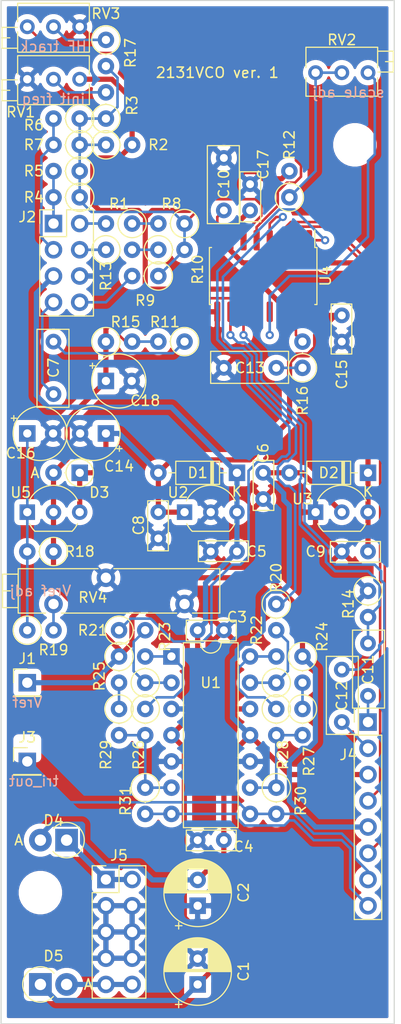
<source format=kicad_pcb>
(kicad_pcb (version 20171130) (host pcbnew "(5.1.8-0-10_14)")
  (layers (0 F.Cu signal) (31 B.Cu signal) (34 B.Paste user) (35 F.Paste user) (36 B.SilkS user) (37 F.SilkS user) (38 B.Mask user) (39 F.Mask user) (44 Edge.Cuts user))
  (net 0 "")
  (net 1 GND)
  (net 2 +12V)
  (net 3 -12V)
  (net 4 /module_core/lin_fm)
  (net 5 "Net-(C7-Pad2)")
  (net 6 +5V)
  (net 7 -5V)
  (net 8 "Net-(C10-Pad1)")
  (net 9 /module_core/h_sync)
  (net 10 "Net-(C11-Pad1)")
  (net 11 "Net-(C12-Pad1)")
  (net 12 /module_core/s_sync)
  (net 13 "Net-(C13-Pad2)")
  (net 14 "Net-(C16-Pad1)")
  (net 15 /module_core/Vref)
  (net 16 "Net-(D4-Pad1)")
  (net 17 "Net-(D5-Pad2)")
  (net 18 /module_core/voct1)
  (net 19 /module_core/freq)
  (net 20 /module_core/voct2)
  (net 21 /module_core/fine)
  (net 22 /module_core/exp_fm)
  (net 23 /module_core/tri_out)
  (net 24 /module_core/squ)
  (net 25 /module_core/PWM)
  (net 26 /module_core/saw_out)
  (net 27 "Net-(R1-Pad1)")
  (net 28 "Net-(R10-Pad2)")
  (net 29 "Net-(R3-Pad2)")
  (net 30 "Net-(R10-Pad1)")
  (net 31 "Net-(R11-Pad2)")
  (net 32 "Net-(R12-Pad1)")
  (net 33 "Net-(R16-Pad2)")
  (net 34 "Net-(R17-Pad1)")
  (net 35 "Net-(R19-Pad2)")
  (net 36 "Net-(R20-Pad1)")
  (net 37 "Net-(R20-Pad2)")
  (net 38 "Net-(R21-Pad1)")
  (net 39 "Net-(R21-Pad2)")
  (net 40 "Net-(R22-Pad2)")
  (net 41 "Net-(R23-Pad2)")
  (net 42 "Net-(R24-Pad2)")
  (net 43 "Net-(R25-Pad2)")
  (net 44 "Net-(R26-Pad2)")
  (net 45 "Net-(R27-Pad2)")
  (net 46 "Net-(RV2-Pad3)")
  (net 47 "Net-(RV3-Pad3)")
  (module Package_TO_SOT_THT:TO-92_Inline_Wide (layer F.Cu) (at 106.68 100.33)
    (fp_text reference U3 (at -1.27 -1.27) (layer F.SilkS))
    (fp_text value L79L05_TO92)
    (pad 1 thru_hole rect (at 0 0) (size 1.5 1.5) (drill 0.8) (layers *.Cu *.Mask) (net 1 GND))
    (pad 3 thru_hole circle (at 5.08 0) (size 1.5 1.5) (drill 0.8) (layers *.Cu *.Mask) (net 7 -5V))
    (pad 2 thru_hole circle (at 2.54 0) (size 1.5 1.5) (drill 0.8) (layers *.Cu *.Mask) (net 3 -12V))
  )
  (module MountingHole:MountingHole_3.2mm_M3 (layer F.Cu) (at 80.01 137.16)
    (fp_text reference REF** hide)
    (fp_text value MountingHole_3.2mm_M3 hide)
    (pad 1 np_thru_hole circle (at 0 0) (size 3.2 3.2) (drill 3.2) (layers *.Cu *.Mask))
  )
  (module MountingHole:MountingHole_3.2mm_M3 (layer F.Cu) (at 110.49 64.77)
    (fp_text reference REF** hide)
    (fp_text value MountingHole_3.2mm_M3 hide)
    (pad 1 np_thru_hole circle (at 0 0) (size 3.2 3.2) (drill 3.2) (layers *.Cu *.Mask))
  )
  (module Capacitor_THT:CP_Radial_D6.3mm_P2.50mm (layer F.Cu) (at 95.25 146.05 90)
    (fp_text reference C1 (at 1.25 4.445 90) (layer F.SilkS))
    (fp_text value 100u)
    (pad 2 thru_hole circle (at 2.5 0 90) (size 1.6 1.6) (drill 0.8) (layers *.Cu *.Mask) (net 1 GND))
    (pad 1 thru_hole rect (at 0 0 90) (size 1.6 1.6) (drill 0.8) (layers *.Cu *.Mask) (net 2 +12V))
  )
  (module Capacitor_THT:CP_Radial_D6.3mm_P2.50mm (layer F.Cu) (at 95.25 138.43 90)
    (fp_text reference C2 (at 1.27 4.445 90) (layer F.SilkS))
    (fp_text value 100u)
    (pad 1 thru_hole rect (at 0 0 90) (size 1.6 1.6) (drill 0.8) (layers *.Cu *.Mask) (net 1 GND))
    (pad 2 thru_hole circle (at 2.5 0 90) (size 1.6 1.6) (drill 0.8) (layers *.Cu *.Mask) (net 3 -12V))
  )
  (module Attenuverter:C_Axial_L4.8mm_D2.0mm_P2.54mm_Horizontal (layer F.Cu) (at 97.79 111.76 180)
    (fp_text reference C3 (at -1.27 1.27) (layer F.SilkS))
    (fp_text value 0.1u)
    (pad 2 thru_hole circle (at 2.54 0 180) (size 1.524 1.524) (drill 0.762) (layers *.Cu *.Mask) (net 2 +12V))
    (pad 1 thru_hole circle (at 0 0 180) (size 1.524 1.524) (drill 0.762) (layers *.Cu *.Mask) (net 1 GND))
  )
  (module Attenuverter:C_Axial_L4.8mm_D2.0mm_P2.54mm_Horizontal (layer F.Cu) (at 97.79 132.08 180)
    (fp_text reference C4 (at -1.905 -0.635) (layer F.SilkS))
    (fp_text value 0.1u)
    (pad 1 thru_hole circle (at 0 0 180) (size 1.524 1.524) (drill 0.762) (layers *.Cu *.Mask) (net 3 -12V))
    (pad 2 thru_hole circle (at 2.54 0 180) (size 1.524 1.524) (drill 0.762) (layers *.Cu *.Mask) (net 1 GND))
  )
  (module Attenuverter:C_Axial_L4.8mm_D2.0mm_P2.54mm_Horizontal (layer F.Cu) (at 96.52 104.14)
    (fp_text reference C5 (at 4.445 0) (layer F.SilkS))
    (fp_text value 0.1u)
    (pad 2 thru_hole circle (at 2.54 0) (size 1.524 1.524) (drill 0.762) (layers *.Cu *.Mask) (net 2 +12V))
    (pad 1 thru_hole circle (at 0 0) (size 1.524 1.524) (drill 0.762) (layers *.Cu *.Mask) (net 1 GND))
  )
  (module Attenuverter:C_Axial_L4.8mm_D2.0mm_P2.54mm_Horizontal (layer F.Cu) (at 101.6 96.52 270)
    (fp_text reference C6 (at -1.905 0 90) (layer F.SilkS))
    (fp_text value 0.1u)
    (pad 2 thru_hole circle (at 2.54 0 270) (size 1.524 1.524) (drill 0.762) (layers *.Cu *.Mask) (net 1 GND))
    (pad 1 thru_hole circle (at 0 0 270) (size 1.524 1.524) (drill 0.762) (layers *.Cu *.Mask) (net 3 -12V))
  )
  (module Attenuverter:C_Axial_L4.8mm_D2.0mm_P2.54mm_Horizontal (layer F.Cu) (at 91.44 102.87 90)
    (fp_text reference C8 (at 1.27 -1.905 90) (layer F.SilkS))
    (fp_text value 0.1u)
    (pad 1 thru_hole circle (at 0 0 90) (size 1.524 1.524) (drill 0.762) (layers *.Cu *.Mask) (net 1 GND))
    (pad 2 thru_hole circle (at 2.54 0 90) (size 1.524 1.524) (drill 0.762) (layers *.Cu *.Mask) (net 6 +5V))
  )
  (module Attenuverter:C_Axial_L4.8mm_D2.0mm_P2.54mm_Horizontal (layer F.Cu) (at 111.76 104.14 180)
    (fp_text reference C9 (at 5.08 0) (layer F.SilkS))
    (fp_text value 0.1u)
    (pad 1 thru_hole circle (at 0 0 180) (size 1.524 1.524) (drill 0.762) (layers *.Cu *.Mask) (net 7 -5V))
    (pad 2 thru_hole circle (at 2.54 0 180) (size 1.524 1.524) (drill 0.762) (layers *.Cu *.Mask) (net 1 GND))
  )
  (module Attenuverter:C_Axial_L4.8mm_D3.1mm_P5.08mm_Horizontal (layer F.Cu) (at 97.79 71.12 90)
    (fp_text reference C10 (at 2.54 0 90) (layer F.SilkS))
    (fp_text value 3900p)
    (pad 2 thru_hole circle (at 5.08 0 90) (size 1.524 1.524) (drill 0.762) (layers *.Cu *.Mask) (net 1 GND))
    (pad 1 thru_hole circle (at 0 0 90) (size 1.524 1.524) (drill 0.762) (layers *.Cu *.Mask) (net 8 "Net-(C10-Pad1)"))
  )
  (module Attenuverter:C_Axial_L4.8mm_D3.1mm_P5.08mm_Horizontal (layer F.Cu) (at 111.76 113.03 270)
    (fp_text reference C11 (at 2.54 0 90) (layer F.SilkS))
    (fp_text value 0.01u)
    (pad 2 thru_hole circle (at 5.08 0 270) (size 1.524 1.524) (drill 0.762) (layers *.Cu *.Mask) (net 9 /module_core/h_sync))
    (pad 1 thru_hole circle (at 0 0 270) (size 1.524 1.524) (drill 0.762) (layers *.Cu *.Mask) (net 10 "Net-(C11-Pad1)"))
  )
  (module Attenuverter:C_Axial_L4.8mm_D3.1mm_P5.08mm_Horizontal (layer F.Cu) (at 109.22 115.57 270)
    (fp_text reference C12 (at 2.54 0 90) (layer F.SilkS))
    (fp_text value 0.01u)
    (pad 1 thru_hole circle (at 0 0 270) (size 1.524 1.524) (drill 0.762) (layers *.Cu *.Mask) (net 11 "Net-(C12-Pad1)"))
    (pad 2 thru_hole circle (at 5.08 0 270) (size 1.524 1.524) (drill 0.762) (layers *.Cu *.Mask) (net 12 /module_core/s_sync))
  )
  (module Attenuverter:C_Axial_L4.8mm_D3.1mm_P5.08mm_Horizontal (layer F.Cu) (at 97.79 86.36)
    (fp_text reference C13 (at 2.54 0) (layer F.SilkS))
    (fp_text value 0.01u)
    (pad 1 thru_hole circle (at 0 0) (size 1.524 1.524) (drill 0.762) (layers *.Cu *.Mask) (net 1 GND))
    (pad 2 thru_hole circle (at 5.08 0) (size 1.524 1.524) (drill 0.762) (layers *.Cu *.Mask) (net 13 "Net-(C13-Pad2)"))
  )
  (module Attenuverter:C_Axial_L4.8mm_D2.0mm_P2.54mm_Horizontal (layer F.Cu) (at 109.22 83.82 90)
    (fp_text reference C15 (at -3.175 0 90) (layer F.SilkS))
    (fp_text value 0.1u)
    (pad 1 thru_hole circle (at 0 0 90) (size 1.524 1.524) (drill 0.762) (layers *.Cu *.Mask) (net 1 GND))
    (pad 2 thru_hole circle (at 2.54 0 90) (size 1.524 1.524) (drill 0.762) (layers *.Cu *.Mask) (net 6 +5V))
  )
  (module Attenuverter:C_Axial_L4.8mm_D2.0mm_P2.54mm_Horizontal (layer F.Cu) (at 100.33 68.58 270)
    (fp_text reference C17 (at -1.905 -1.27 90) (layer F.SilkS))
    (fp_text value 0.1u)
    (pad 1 thru_hole circle (at 0 0 270) (size 1.524 1.524) (drill 0.762) (layers *.Cu *.Mask) (net 1 GND))
    (pad 2 thru_hole circle (at 2.54 0 270) (size 1.524 1.524) (drill 0.762) (layers *.Cu *.Mask) (net 7 -5V))
  )
  (module Diode_THT:D_DO-35_SOD27_P7.62mm_Horizontal (layer F.Cu) (at 99.06 96.52 180)
    (fp_text reference D1 (at 3.81 0) (layer F.SilkS))
    (fp_text value 1N4148)
    (fp_text user K (at 0 -1.8) (layer F.SilkS))
    (pad 1 thru_hole rect (at 0 0 180) (size 1.6 1.6) (drill 0.8) (layers *.Cu *.Mask) (net 2 +12V))
    (pad 2 thru_hole oval (at 7.62 0 180) (size 1.6 1.6) (drill 0.8) (layers *.Cu *.Mask) (net 6 +5V))
  )
  (module Diode_THT:D_DO-35_SOD27_P7.62mm_Horizontal (layer F.Cu) (at 111.76 96.52 180)
    (fp_text reference D2 (at 3.81 0) (layer F.SilkS))
    (fp_text value 1N4148)
    (fp_text user K (at 0 -1.8) (layer F.SilkS))
    (pad 2 thru_hole oval (at 7.62 0 180) (size 1.6 1.6) (drill 0.8) (layers *.Cu *.Mask) (net 3 -12V))
    (pad 1 thru_hole rect (at 0 0 180) (size 1.6 1.6) (drill 0.8) (layers *.Cu *.Mask) (net 7 -5V))
  )
  (module Diode_THT:D_DO-41_SOD81_P2.54mm_Vertical_AnodeUp (layer F.Cu) (at 82.55 132.08 180)
    (fp_text reference D4 (at 1.27 1.905) (layer F.SilkS))
    (fp_text value D_Schottky)
    (fp_text user A (at 4.64 0) (layer F.SilkS))
    (pad 2 thru_hole oval (at 2.54 0 180) (size 2.2 2.2) (drill 1.1) (layers *.Cu *.Mask) (net 3 -12V))
    (pad 1 thru_hole rect (at 0 0 180) (size 2.2 2.2) (drill 1.1) (layers *.Cu *.Mask) (net 16 "Net-(D4-Pad1)"))
  )
  (module Diode_THT:D_DO-41_SOD81_P2.54mm_Vertical_AnodeUp (layer F.Cu) (at 80.01 146.05)
    (fp_text reference D5 (at 1.27 -2.750635) (layer F.SilkS))
    (fp_text value D_Schottky)
    (fp_text user A (at 4.64 0) (layer F.SilkS))
    (pad 1 thru_hole rect (at 0 0) (size 2.2 2.2) (drill 1.1) (layers *.Cu *.Mask) (net 2 +12V))
    (pad 2 thru_hole oval (at 2.54 0) (size 2.2 2.2) (drill 1.1) (layers *.Cu *.Mask) (net 17 "Net-(D5-Pad2)"))
  )
  (module Connector_PinHeader_2.54mm:PinHeader_1x01_P2.54mm_Vertical (layer F.Cu) (at 78.74 116.84)
    (fp_text reference J1 (at 0 -2.33) (layer F.SilkS))
    (fp_text value Vref)
    (pad 1 thru_hole rect (at 0 0) (size 1.7 1.7) (drill 1) (layers *.Cu *.Mask) (net 15 /module_core/Vref))
  )
  (module Connector_PinHeader_2.54mm:PinHeader_2x04_P2.54mm_Vertical (layer F.Cu) (at 81.28 72.39)
    (fp_text reference J2 (at -2.54 -0.635) (layer F.SilkS))
    (fp_text value bus_L)
    (pad 1 thru_hole rect (at 0 0) (size 1.7 1.7) (drill 1) (layers *.Cu *.Mask) (net 18 /module_core/voct1))
    (pad 2 thru_hole oval (at 2.54 0) (size 1.7 1.7) (drill 1) (layers *.Cu *.Mask) (net 19 /module_core/freq))
    (pad 3 thru_hole oval (at 0 2.54) (size 1.7 1.7) (drill 1) (layers *.Cu *.Mask) (net 20 /module_core/voct2))
    (pad 4 thru_hole oval (at 2.54 2.54) (size 1.7 1.7) (drill 1) (layers *.Cu *.Mask) (net 21 /module_core/fine))
    (pad 5 thru_hole oval (at 0 5.08) (size 1.7 1.7) (drill 1) (layers *.Cu *.Mask) (net 2 +12V))
    (pad 6 thru_hole oval (at 2.54 5.08) (size 1.7 1.7) (drill 1) (layers *.Cu *.Mask) (net 1 GND))
    (pad 7 thru_hole oval (at 0 7.62) (size 1.7 1.7) (drill 1) (layers *.Cu *.Mask) (net 4 /module_core/lin_fm))
    (pad 8 thru_hole oval (at 2.54 7.62) (size 1.7 1.7) (drill 1) (layers *.Cu *.Mask) (net 22 /module_core/exp_fm))
  )
  (module Connector_PinHeader_2.54mm:PinHeader_1x01_P2.54mm_Vertical (layer F.Cu) (at 78.74 124.46)
    (fp_text reference J3 (at 0 -2.33) (layer F.SilkS))
    (fp_text value tri)
    (pad 1 thru_hole rect (at 0 0) (size 1.7 1.7) (drill 1) (layers *.Cu *.Mask) (net 23 /module_core/tri_out))
  )
  (module Connector_PinHeader_2.54mm:PinHeader_1x08_P2.54mm_Vertical (layer F.Cu) (at 111.76 120.65)
    (fp_text reference J4 (at -1.905 3.175) (layer F.SilkS))
    (fp_text value bus_R)
    (pad 1 thru_hole rect (at 0 0) (size 1.7 1.7) (drill 1) (layers *.Cu *.Mask) (net 9 /module_core/h_sync))
    (pad 2 thru_hole oval (at 0 2.54) (size 1.7 1.7) (drill 1) (layers *.Cu *.Mask) (net 12 /module_core/s_sync))
    (pad 3 thru_hole oval (at 0 5.08) (size 1.7 1.7) (drill 1) (layers *.Cu *.Mask) (net 3 -12V))
    (pad 4 thru_hole oval (at 0 7.62) (size 1.7 1.7) (drill 1) (layers *.Cu *.Mask) (net 24 /module_core/squ))
    (pad 5 thru_hole oval (at 0 10.16) (size 1.7 1.7) (drill 1) (layers *.Cu *.Mask) (net 15 /module_core/Vref))
    (pad 6 thru_hole oval (at 0 12.7) (size 1.7 1.7) (drill 1) (layers *.Cu *.Mask) (net 25 /module_core/PWM))
    (pad 7 thru_hole oval (at 0 15.24) (size 1.7 1.7) (drill 1) (layers *.Cu *.Mask) (net 23 /module_core/tri_out))
    (pad 8 thru_hole oval (at 0 17.78) (size 1.7 1.7) (drill 1) (layers *.Cu *.Mask) (net 26 /module_core/saw_out))
  )
  (module Connector_PinHeader_2.54mm:PinHeader_2x05_P2.54mm_Vertical (layer F.Cu) (at 86.36 135.89)
    (fp_text reference J5 (at 1.27 -2.33) (layer F.SilkS))
    (fp_text value power_bus)
    (pad 1 thru_hole rect (at 0 0) (size 1.7 1.7) (drill 1) (layers *.Cu *.Mask) (net 16 "Net-(D4-Pad1)"))
    (pad 2 thru_hole oval (at 2.54 0) (size 1.7 1.7) (drill 1) (layers *.Cu *.Mask) (net 16 "Net-(D4-Pad1)"))
    (pad 3 thru_hole oval (at 0 2.54) (size 1.7 1.7) (drill 1) (layers *.Cu *.Mask) (net 1 GND))
    (pad 4 thru_hole oval (at 2.54 2.54) (size 1.7 1.7) (drill 1) (layers *.Cu *.Mask) (net 1 GND))
    (pad 5 thru_hole oval (at 0 5.08) (size 1.7 1.7) (drill 1) (layers *.Cu *.Mask) (net 1 GND))
    (pad 6 thru_hole oval (at 2.54 5.08) (size 1.7 1.7) (drill 1) (layers *.Cu *.Mask) (net 1 GND))
    (pad 7 thru_hole oval (at 0 7.62) (size 1.7 1.7) (drill 1) (layers *.Cu *.Mask) (net 1 GND))
    (pad 8 thru_hole oval (at 2.54 7.62) (size 1.7 1.7) (drill 1) (layers *.Cu *.Mask) (net 1 GND))
    (pad 9 thru_hole oval (at 0 10.16) (size 1.7 1.7) (drill 1) (layers *.Cu *.Mask) (net 17 "Net-(D5-Pad2)"))
    (pad 10 thru_hole oval (at 2.54 10.16) (size 1.7 1.7) (drill 1) (layers *.Cu *.Mask) (net 17 "Net-(D5-Pad2)"))
  )
  (module Resistor_THT:R_Axial_DIN0207_L6.3mm_D2.5mm_P2.54mm_Vertical (layer F.Cu) (at 88.9 72.39 180)
    (fp_text reference R1 (at 1.27 1.905) (layer F.SilkS))
    (fp_text value 1k)
    (pad 2 thru_hole oval (at 2.54 0 180) (size 1.6 1.6) (drill 0.8) (layers *.Cu *.Mask) (net 19 /module_core/freq))
    (pad 1 thru_hole circle (at 0 0 180) (size 1.6 1.6) (drill 0.8) (layers *.Cu *.Mask) (net 27 "Net-(R1-Pad1)"))
  )
  (module Resistor_THT:R_Axial_DIN0207_L6.3mm_D2.5mm_P2.54mm_Vertical (layer F.Cu) (at 86.36 64.77)
    (fp_text reference R2 (at 5.08 0) (layer F.SilkS))
    (fp_text value 51k)
    (pad 1 thru_hole circle (at 0 0) (size 1.6 1.6) (drill 0.8) (layers *.Cu *.Mask) (net 28 "Net-(R10-Pad2)"))
    (pad 2 thru_hole oval (at 2.54 0) (size 1.6 1.6) (drill 0.8) (layers *.Cu *.Mask) (net 15 /module_core/Vref))
  )
  (module Resistor_THT:R_Axial_DIN0207_L6.3mm_D2.5mm_P2.54mm_Vertical (layer F.Cu) (at 86.36 62.23 90)
    (fp_text reference R3 (at 1.27 2.54 90) (layer F.SilkS))
    (fp_text value 100k)
    (pad 2 thru_hole oval (at 2.54 0 90) (size 1.6 1.6) (drill 0.8) (layers *.Cu *.Mask) (net 29 "Net-(R3-Pad2)"))
    (pad 1 thru_hole circle (at 0 0 90) (size 1.6 1.6) (drill 0.8) (layers *.Cu *.Mask) (net 28 "Net-(R10-Pad2)"))
  )
  (module Resistor_THT:R_Axial_DIN0207_L6.3mm_D2.5mm_P2.54mm_Vertical (layer F.Cu) (at 83.82 69.85 180)
    (fp_text reference R4 (at 4.445 0) (layer F.SilkS))
    (fp_text value 100k)
    (pad 1 thru_hole circle (at 0 0 180) (size 1.6 1.6) (drill 0.8) (layers *.Cu *.Mask) (net 28 "Net-(R10-Pad2)"))
    (pad 2 thru_hole oval (at 2.54 0 180) (size 1.6 1.6) (drill 0.8) (layers *.Cu *.Mask) (net 18 /module_core/voct1))
  )
  (module Resistor_THT:R_Axial_DIN0207_L6.3mm_D2.5mm_P2.54mm_Vertical (layer F.Cu) (at 83.82 67.31 180)
    (fp_text reference R5 (at 4.445 0) (layer F.SilkS))
    (fp_text value 100k)
    (pad 2 thru_hole oval (at 2.54 0 180) (size 1.6 1.6) (drill 0.8) (layers *.Cu *.Mask) (net 18 /module_core/voct1))
    (pad 1 thru_hole circle (at 0 0 180) (size 1.6 1.6) (drill 0.8) (layers *.Cu *.Mask) (net 28 "Net-(R10-Pad2)"))
  )
  (module Resistor_THT:R_Axial_DIN0207_L6.3mm_D2.5mm_P2.54mm_Vertical (layer F.Cu) (at 83.82 62.23 180)
    (fp_text reference R6 (at 4.445 -0.635) (layer F.SilkS))
    (fp_text value 100k)
    (pad 2 thru_hole oval (at 2.54 0 180) (size 1.6 1.6) (drill 0.8) (layers *.Cu *.Mask) (net 20 /module_core/voct2))
    (pad 1 thru_hole circle (at 0 0 180) (size 1.6 1.6) (drill 0.8) (layers *.Cu *.Mask) (net 28 "Net-(R10-Pad2)"))
  )
  (module Resistor_THT:R_Axial_DIN0207_L6.3mm_D2.5mm_P2.54mm_Vertical (layer F.Cu) (at 83.82 64.77 180)
    (fp_text reference R7 (at 4.445 0) (layer F.SilkS))
    (fp_text value 100k)
    (pad 1 thru_hole circle (at 0 0 180) (size 1.6 1.6) (drill 0.8) (layers *.Cu *.Mask) (net 28 "Net-(R10-Pad2)"))
    (pad 2 thru_hole oval (at 2.54 0 180) (size 1.6 1.6) (drill 0.8) (layers *.Cu *.Mask) (net 20 /module_core/voct2))
  )
  (module Resistor_THT:R_Axial_DIN0207_L6.3mm_D2.5mm_P2.54mm_Vertical (layer F.Cu) (at 93.98 72.39 180)
    (fp_text reference R8 (at 1.27 1.905) (layer F.SilkS))
    (fp_text value 10k)
    (pad 1 thru_hole circle (at 0 0 180) (size 1.6 1.6) (drill 0.8) (layers *.Cu *.Mask) (net 28 "Net-(R10-Pad2)"))
    (pad 2 thru_hole oval (at 2.54 0 180) (size 1.6 1.6) (drill 0.8) (layers *.Cu *.Mask) (net 27 "Net-(R1-Pad1)"))
  )
  (module Resistor_THT:R_Axial_DIN0207_L6.3mm_D2.5mm_P2.54mm_Vertical (layer F.Cu) (at 91.44 77.47 180)
    (fp_text reference R9 (at 1.27 -2.37) (layer F.SilkS))
    (fp_text value 200k)
    (pad 1 thru_hole circle (at 0 0 180) (size 1.6 1.6) (drill 0.8) (layers *.Cu *.Mask) (net 28 "Net-(R10-Pad2)"))
    (pad 2 thru_hole oval (at 2.54 0 180) (size 1.6 1.6) (drill 0.8) (layers *.Cu *.Mask) (net 22 /module_core/exp_fm))
  )
  (module Resistor_THT:R_Axial_DIN0207_L6.3mm_D2.5mm_P2.54mm_Vertical (layer F.Cu) (at 91.44 74.93)
    (fp_text reference R10 (at 3.81 1.905 90) (layer F.SilkS))
    (fp_text value 120k)
    (pad 2 thru_hole oval (at 2.54 0) (size 1.6 1.6) (drill 0.8) (layers *.Cu *.Mask) (net 28 "Net-(R10-Pad2)"))
    (pad 1 thru_hole circle (at 0 0) (size 1.6 1.6) (drill 0.8) (layers *.Cu *.Mask) (net 30 "Net-(R10-Pad1)"))
  )
  (module Resistor_THT:R_Axial_DIN0207_L6.3mm_D2.5mm_P2.54mm_Vertical (layer F.Cu) (at 93.98 83.82 180)
    (fp_text reference R11 (at 1.905 1.905) (layer F.SilkS))
    (fp_text value 510k)
    (pad 1 thru_hole circle (at 0 0 180) (size 1.6 1.6) (drill 0.8) (layers *.Cu *.Mask) (net 5 "Net-(C7-Pad2)"))
    (pad 2 thru_hole oval (at 2.54 0 180) (size 1.6 1.6) (drill 0.8) (layers *.Cu *.Mask) (net 31 "Net-(R11-Pad2)"))
  )
  (module Resistor_THT:R_Axial_DIN0207_L6.3mm_D2.5mm_P2.54mm_Vertical (layer F.Cu) (at 104.14 69.85 90)
    (fp_text reference R12 (at 5.08 0 90) (layer F.SilkS))
    (fp_text value 22k)
    (pad 2 thru_hole oval (at 2.54 0 90) (size 1.6 1.6) (drill 0.8) (layers *.Cu *.Mask) (net 15 /module_core/Vref))
    (pad 1 thru_hole circle (at 0 0 90) (size 1.6 1.6) (drill 0.8) (layers *.Cu *.Mask) (net 32 "Net-(R12-Pad1)"))
  )
  (module Resistor_THT:R_Axial_DIN0207_L6.3mm_D2.5mm_P2.54mm_Vertical (layer F.Cu) (at 86.36 74.93)
    (fp_text reference R13 (at 0 2.54 90) (layer F.SilkS))
    (fp_text value 5k)
    (pad 1 thru_hole circle (at 0 0) (size 1.6 1.6) (drill 0.8) (layers *.Cu *.Mask) (net 21 /module_core/fine))
    (pad 2 thru_hole oval (at 2.54 0) (size 1.6 1.6) (drill 0.8) (layers *.Cu *.Mask) (net 30 "Net-(R10-Pad1)"))
  )
  (module Resistor_THT:R_Axial_DIN0207_L6.3mm_D2.5mm_P2.54mm_Vertical (layer F.Cu) (at 111.76 107.95 270)
    (fp_text reference R14 (at 1.27 1.905 90) (layer F.SilkS))
    (fp_text value 10k)
    (pad 1 thru_hole circle (at 0 0 270) (size 1.6 1.6) (drill 0.8) (layers *.Cu *.Mask) (net 1 GND))
    (pad 2 thru_hole oval (at 2.54 0 270) (size 1.6 1.6) (drill 0.8) (layers *.Cu *.Mask) (net 10 "Net-(C11-Pad1)"))
  )
  (module Resistor_THT:R_Axial_DIN0207_L6.3mm_D2.5mm_P2.54mm_Vertical (layer F.Cu) (at 86.36 83.82)
    (fp_text reference R15 (at 1.905 -1.905) (layer F.SilkS))
    (fp_text value 510k)
    (pad 2 thru_hole oval (at 2.54 0) (size 1.6 1.6) (drill 0.8) (layers *.Cu *.Mask) (net 31 "Net-(R11-Pad2)"))
    (pad 1 thru_hole circle (at 0 0) (size 1.6 1.6) (drill 0.8) (layers *.Cu *.Mask) (net 15 /module_core/Vref))
  )
  (module Resistor_THT:R_Axial_DIN0207_L6.3mm_D2.5mm_P2.54mm_Vertical (layer F.Cu) (at 105.41 86.36 90)
    (fp_text reference R16 (at -3.175 0 90) (layer F.SilkS))
    (fp_text value 270)
    (pad 2 thru_hole oval (at 2.54 0 90) (size 1.6 1.6) (drill 0.8) (layers *.Cu *.Mask) (net 33 "Net-(R16-Pad2)"))
    (pad 1 thru_hole circle (at 0 0 90) (size 1.6 1.6) (drill 0.8) (layers *.Cu *.Mask) (net 13 "Net-(C13-Pad2)"))
  )
  (module Resistor_THT:R_Axial_DIN0207_L6.3mm_D2.5mm_P2.54mm_Vertical (layer F.Cu) (at 86.36 54.61 270)
    (fp_text reference R17 (at 1.27 -2.37 90) (layer F.SilkS))
    (fp_text value 270k)
    (pad 1 thru_hole circle (at 0 0 270) (size 1.6 1.6) (drill 0.8) (layers *.Cu *.Mask) (net 34 "Net-(R17-Pad1)"))
    (pad 2 thru_hole oval (at 2.54 0 270) (size 1.6 1.6) (drill 0.8) (layers *.Cu *.Mask) (net 28 "Net-(R10-Pad2)"))
  )
  (module Resistor_THT:R_Axial_DIN0207_L6.3mm_D2.5mm_P2.54mm_Vertical (layer F.Cu) (at 81.28 104.14 180)
    (fp_text reference R18 (at -2.54 0) (layer F.SilkS))
    (fp_text value 240)
    (pad 1 thru_hole circle (at 0 0 180) (size 1.6 1.6) (drill 0.8) (layers *.Cu *.Mask) (net 15 /module_core/Vref))
    (pad 2 thru_hole oval (at 2.54 0 180) (size 1.6 1.6) (drill 0.8) (layers *.Cu *.Mask) (net 14 "Net-(C16-Pad1)"))
  )
  (module Resistor_THT:R_Axial_DIN0207_L6.3mm_D2.5mm_P2.54mm_Vertical (layer F.Cu) (at 78.74 111.76)
    (fp_text reference R19 (at 2.54 1.905) (layer F.SilkS))
    (fp_text value 150)
    (pad 2 thru_hole oval (at 2.54 0) (size 1.6 1.6) (drill 0.8) (layers *.Cu *.Mask) (net 35 "Net-(R19-Pad2)"))
    (pad 1 thru_hole circle (at 0 0) (size 1.6 1.6) (drill 0.8) (layers *.Cu *.Mask) (net 14 "Net-(C16-Pad1)"))
  )
  (module Resistor_THT:R_Axial_DIN0207_L6.3mm_D2.5mm_P2.54mm_Vertical (layer F.Cu) (at 102.87 109.22 270)
    (fp_text reference R20 (at -2.54 0 90) (layer F.SilkS))
    (fp_text value 10k)
    (pad 1 thru_hole circle (at 0 0 270) (size 1.6 1.6) (drill 0.8) (layers *.Cu *.Mask) (net 36 "Net-(R20-Pad1)"))
    (pad 2 thru_hole oval (at 2.54 0 270) (size 1.6 1.6) (drill 0.8) (layers *.Cu *.Mask) (net 37 "Net-(R20-Pad2)"))
  )
  (module Resistor_THT:R_Axial_DIN0207_L6.3mm_D2.5mm_P2.54mm_Vertical (layer F.Cu) (at 87.63 111.76)
    (fp_text reference R21 (at -2.54 0) (layer F.SilkS))
    (fp_text value 10k)
    (pad 1 thru_hole circle (at 0 0) (size 1.6 1.6) (drill 0.8) (layers *.Cu *.Mask) (net 38 "Net-(R21-Pad1)"))
    (pad 2 thru_hole oval (at 2.54 0) (size 1.6 1.6) (drill 0.8) (layers *.Cu *.Mask) (net 39 "Net-(R21-Pad2)"))
  )
  (module Resistor_THT:R_Axial_DIN0207_L6.3mm_D2.5mm_P2.54mm_Vertical (layer F.Cu) (at 102.87 116.84 90)
    (fp_text reference R22 (at 5.08 -1.905 90) (layer F.SilkS))
    (fp_text value 10k)
    (pad 2 thru_hole oval (at 2.54 0 90) (size 1.6 1.6) (drill 0.8) (layers *.Cu *.Mask) (net 40 "Net-(R22-Pad2)"))
    (pad 1 thru_hole circle (at 0 0 90) (size 1.6 1.6) (drill 0.8) (layers *.Cu *.Mask) (net 37 "Net-(R20-Pad2)"))
  )
  (module Resistor_THT:R_Axial_DIN0207_L6.3mm_D2.5mm_P2.54mm_Vertical (layer F.Cu) (at 90.17 116.84 90)
    (fp_text reference R23 (at 4.445 1.905 90) (layer F.SilkS))
    (fp_text value 10k)
    (pad 1 thru_hole circle (at 0 0 90) (size 1.6 1.6) (drill 0.8) (layers *.Cu *.Mask) (net 39 "Net-(R21-Pad2)"))
    (pad 2 thru_hole oval (at 2.54 0 90) (size 1.6 1.6) (drill 0.8) (layers *.Cu *.Mask) (net 41 "Net-(R23-Pad2)"))
  )
  (module Resistor_THT:R_Axial_DIN0207_L6.3mm_D2.5mm_P2.54mm_Vertical (layer F.Cu) (at 105.41 114.3 270)
    (fp_text reference R24 (at -1.905 -1.905 90) (layer F.SilkS))
    (fp_text value 3k)
    (pad 2 thru_hole oval (at 2.54 0 270) (size 1.6 1.6) (drill 0.8) (layers *.Cu *.Mask) (net 42 "Net-(R24-Pad2)"))
    (pad 1 thru_hole circle (at 0 0 270) (size 1.6 1.6) (drill 0.8) (layers *.Cu *.Mask) (net 15 /module_core/Vref))
  )
  (module Resistor_THT:R_Axial_DIN0207_L6.3mm_D2.5mm_P2.54mm_Vertical (layer F.Cu) (at 87.63 114.3 270)
    (fp_text reference R25 (at 1.905 1.905 90) (layer F.SilkS))
    (fp_text value 3k)
    (pad 1 thru_hole circle (at 0 0 270) (size 1.6 1.6) (drill 0.8) (layers *.Cu *.Mask) (net 15 /module_core/Vref))
    (pad 2 thru_hole oval (at 2.54 0 270) (size 1.6 1.6) (drill 0.8) (layers *.Cu *.Mask) (net 43 "Net-(R25-Pad2)"))
  )
  (module Resistor_THT:R_Axial_DIN0207_L6.3mm_D2.5mm_P2.54mm_Vertical (layer F.Cu) (at 90.17 119.38 270)
    (fp_text reference R26 (at 4.445 0.635 90) (layer F.SilkS))
    (fp_text value 3k)
    (pad 2 thru_hole oval (at 2.54 0 270) (size 1.6 1.6) (drill 0.8) (layers *.Cu *.Mask) (net 44 "Net-(R26-Pad2)"))
    (pad 1 thru_hole circle (at 0 0 270) (size 1.6 1.6) (drill 0.8) (layers *.Cu *.Mask) (net 41 "Net-(R23-Pad2)"))
  )
  (module Resistor_THT:R_Axial_DIN0207_L6.3mm_D2.5mm_P2.54mm_Vertical (layer F.Cu) (at 105.41 119.38 270)
    (fp_text reference R27 (at 5.08 -0.635 90) (layer F.SilkS))
    (fp_text value 3k)
    (pad 1 thru_hole circle (at 0 0 270) (size 1.6 1.6) (drill 0.8) (layers *.Cu *.Mask) (net 42 "Net-(R24-Pad2)"))
    (pad 2 thru_hole oval (at 2.54 0 270) (size 1.6 1.6) (drill 0.8) (layers *.Cu *.Mask) (net 45 "Net-(R27-Pad2)"))
  )
  (module Resistor_THT:R_Axial_DIN0207_L6.3mm_D2.5mm_P2.54mm_Vertical (layer F.Cu) (at 102.87 119.38 270)
    (fp_text reference R28 (at 4.445 -0.635 90) (layer F.SilkS))
    (fp_text value 3k)
    (pad 2 thru_hole oval (at 2.54 0 270) (size 1.6 1.6) (drill 0.8) (layers *.Cu *.Mask) (net 45 "Net-(R27-Pad2)"))
    (pad 1 thru_hole circle (at 0 0 270) (size 1.6 1.6) (drill 0.8) (layers *.Cu *.Mask) (net 40 "Net-(R22-Pad2)"))
  )
  (module Resistor_THT:R_Axial_DIN0207_L6.3mm_D2.5mm_P2.54mm_Vertical (layer F.Cu) (at 87.63 119.38 270)
    (fp_text reference R29 (at 4.445 1.27 90) (layer F.SilkS))
    (fp_text value 3k)
    (pad 2 thru_hole oval (at 2.54 0 270) (size 1.6 1.6) (drill 0.8) (layers *.Cu *.Mask) (net 44 "Net-(R26-Pad2)"))
    (pad 1 thru_hole circle (at 0 0 270) (size 1.6 1.6) (drill 0.8) (layers *.Cu *.Mask) (net 43 "Net-(R25-Pad2)"))
  )
  (module Resistor_THT:R_Axial_DIN0207_L6.3mm_D2.5mm_P2.54mm_Vertical (layer F.Cu) (at 102.87 127 270)
    (fp_text reference R30 (at 1.27 -2.37 90) (layer F.SilkS))
    (fp_text value 12k)
    (pad 1 thru_hole circle (at 0 0 270) (size 1.6 1.6) (drill 0.8) (layers *.Cu *.Mask) (net 45 "Net-(R27-Pad2)"))
    (pad 2 thru_hole oval (at 2.54 0 270) (size 1.6 1.6) (drill 0.8) (layers *.Cu *.Mask) (net 23 /module_core/tri_out))
  )
  (module Resistor_THT:R_Axial_DIN0207_L6.3mm_D2.5mm_P2.54mm_Vertical (layer F.Cu) (at 90.17 127 270)
    (fp_text reference R31 (at 1.27 1.905 90) (layer F.SilkS))
    (fp_text value 12k)
    (pad 2 thru_hole oval (at 2.54 0 270) (size 1.6 1.6) (drill 0.8) (layers *.Cu *.Mask) (net 26 /module_core/saw_out))
    (pad 1 thru_hole circle (at 0 0 270) (size 1.6 1.6) (drill 0.8) (layers *.Cu *.Mask) (net 44 "Net-(R26-Pad2)"))
  )
  (module Potentiometer_THT:Potentiometer_Bourns_3266Z_Horizontal (layer F.Cu) (at 83.82 58.42)
    (fp_text reference RV1 (at -5.715 3.175) (layer F.SilkS))
    (fp_text value 10k)
    (pad 3 thru_hole circle (at -5.08 0) (size 1.44 1.44) (drill 0.8) (layers *.Cu *.Mask) (net 1 GND))
    (pad 2 thru_hole circle (at -2.54 0) (size 1.44 1.44) (drill 0.8) (layers *.Cu *.Mask) (net 29 "Net-(R3-Pad2)"))
    (pad 1 thru_hole circle (at 0 0) (size 1.44 1.44) (drill 0.8) (layers *.Cu *.Mask) (net 15 /module_core/Vref))
  )
  (module Potentiometer_THT:Potentiometer_Bourns_3266Z_Horizontal (layer F.Cu) (at 106.68 57.785 180)
    (fp_text reference RV2 (at -2.54 3.175) (layer F.SilkS))
    (fp_text value 5k)
    (pad 1 thru_hole circle (at 0 0 180) (size 1.44 1.44) (drill 0.8) (layers *.Cu *.Mask) (net 32 "Net-(R12-Pad1)"))
    (pad 2 thru_hole circle (at -2.54 0 180) (size 1.44 1.44) (drill 0.8) (layers *.Cu *.Mask) (net 32 "Net-(R12-Pad1)"))
    (pad 3 thru_hole circle (at -5.08 0 180) (size 1.44 1.44) (drill 0.8) (layers *.Cu *.Mask) (net 46 "Net-(RV2-Pad3)"))
  )
  (module Potentiometer_THT:Potentiometer_Bourns_3266Z_Horizontal (layer F.Cu) (at 83.82 53.34)
    (fp_text reference RV3 (at 2.54 -1.27) (layer F.SilkS))
    (fp_text value 5k)
    (pad 1 thru_hole circle (at 0 0) (size 1.44 1.44) (drill 0.8) (layers *.Cu *.Mask) (net 1 GND))
    (pad 2 thru_hole circle (at -2.54 0) (size 1.44 1.44) (drill 0.8) (layers *.Cu *.Mask) (net 34 "Net-(R17-Pad1)"))
    (pad 3 thru_hole circle (at -5.08 0) (size 1.44 1.44) (drill 0.8) (layers *.Cu *.Mask) (net 47 "Net-(RV3-Pad3)"))
  )
  (module Potentiometer_THT:Potentiometer_Bourns_3005_Horizontal (layer F.Cu) (at 93.98 109.22)
    (fp_text reference RV4 (at -8.89 -0.635) (layer F.SilkS))
    (fp_text value 200)
    (pad 1 thru_hole circle (at 0 0) (size 1.8 1.8) (drill 1) (layers *.Cu *.Mask) (net 1 GND))
    (pad 2 thru_hole circle (at -7.62 -2.54) (size 1.8 1.8) (drill 1) (layers *.Cu *.Mask) (net 1 GND))
    (pad 3 thru_hole circle (at -12.7 0) (size 1.8 1.8) (drill 1) (layers *.Cu *.Mask) (net 35 "Net-(R19-Pad2)"))
  )
  (module Package_DIP:DIP-14_W7.62mm (layer F.Cu) (at 92.71 114.3)
    (fp_text reference U1 (at 3.81 2.54) (layer F.SilkS))
    (fp_text value TL074)
    (pad 1 thru_hole rect (at 0 0) (size 1.6 1.6) (drill 0.8) (layers *.Cu *.Mask) (net 41 "Net-(R23-Pad2)"))
    (pad 8 thru_hole oval (at 7.62 15.24) (size 1.6 1.6) (drill 0.8) (layers *.Cu *.Mask) (net 23 /module_core/tri_out))
    (pad 2 thru_hole oval (at 0 2.54) (size 1.6 1.6) (drill 0.8) (layers *.Cu *.Mask) (net 39 "Net-(R21-Pad2)"))
    (pad 9 thru_hole oval (at 7.62 12.7) (size 1.6 1.6) (drill 0.8) (layers *.Cu *.Mask) (net 45 "Net-(R27-Pad2)"))
    (pad 3 thru_hole oval (at 0 5.08) (size 1.6 1.6) (drill 0.8) (layers *.Cu *.Mask) (net 1 GND))
    (pad 10 thru_hole oval (at 7.62 10.16) (size 1.6 1.6) (drill 0.8) (layers *.Cu *.Mask) (net 1 GND))
    (pad 4 thru_hole oval (at 0 7.62) (size 1.6 1.6) (drill 0.8) (layers *.Cu *.Mask) (net 2 +12V))
    (pad 11 thru_hole oval (at 7.62 7.62) (size 1.6 1.6) (drill 0.8) (layers *.Cu *.Mask) (net 3 -12V))
    (pad 5 thru_hole oval (at 0 10.16) (size 1.6 1.6) (drill 0.8) (layers *.Cu *.Mask) (net 1 GND))
    (pad 12 thru_hole oval (at 7.62 5.08) (size 1.6 1.6) (drill 0.8) (layers *.Cu *.Mask) (net 1 GND))
    (pad 6 thru_hole oval (at 0 12.7) (size 1.6 1.6) (drill 0.8) (layers *.Cu *.Mask) (net 44 "Net-(R26-Pad2)"))
    (pad 13 thru_hole oval (at 7.62 2.54) (size 1.6 1.6) (drill 0.8) (layers *.Cu *.Mask) (net 37 "Net-(R20-Pad2)"))
    (pad 7 thru_hole oval (at 0 15.24) (size 1.6 1.6) (drill 0.8) (layers *.Cu *.Mask) (net 26 /module_core/saw_out))
    (pad 14 thru_hole oval (at 7.62 0) (size 1.6 1.6) (drill 0.8) (layers *.Cu *.Mask) (net 40 "Net-(R22-Pad2)"))
  )
  (module Package_SO:SO-16_5.3x10.2mm_P1.27mm (layer F.Cu) (at 101.6 77.47 270)
    (fp_text reference U4 (at 0 -6.05 90) (layer F.SilkS))
    (fp_text value SSI2131)
    (pad 1 smd roundrect (at -3.4625 -4.445 270) (size 1.975 0.6) (layers F.Cu F.Paste F.Mask) (net 38 "Net-(R21-Pad1)"))
    (pad 2 smd roundrect (at -3.4625 -3.175 270) (size 1.975 0.6) (layers F.Cu F.Paste F.Mask) (net 24 /module_core/squ))
    (pad 3 smd roundrect (at -3.4625 -1.905 270) (size 1.975 0.6) (layers F.Cu F.Paste F.Mask) (net 25 /module_core/PWM))
    (pad 4 smd roundrect (at -3.4625 -0.635 270) (size 1.975 0.6) (layers F.Cu F.Paste F.Mask) (net 36 "Net-(R20-Pad1)"))
    (pad 5 smd roundrect (at -3.4625 0.635 270) (size 1.975 0.6) (layers F.Cu F.Paste F.Mask) (net 47 "Net-(RV3-Pad3)"))
    (pad 6 smd roundrect (at -3.4625 1.905 270) (size 1.975 0.6) (layers F.Cu F.Paste F.Mask) (net 28 "Net-(R10-Pad2)"))
    (pad 7 smd roundrect (at -3.4625 3.175 270) (size 1.975 0.6) (layers F.Cu F.Paste F.Mask) (net 7 -5V))
    (pad 8 smd roundrect (at -3.4625 4.445 270) (size 1.975 0.6) (layers F.Cu F.Paste F.Mask) (net 8 "Net-(C10-Pad1)"))
    (pad 9 smd roundrect (at 3.4625 4.445 270) (size 1.975 0.6) (layers F.Cu F.Paste F.Mask) (net 1 GND))
    (pad 10 smd roundrect (at 3.4625 3.175 270) (size 1.975 0.6) (layers F.Cu F.Paste F.Mask) (net 10 "Net-(C11-Pad1)"))
    (pad 11 smd roundrect (at 3.4625 1.905 270) (size 1.975 0.6) (layers F.Cu F.Paste F.Mask) (net 11 "Net-(C12-Pad1)"))
    (pad 12 smd roundrect (at 3.4625 0.635 270) (size 1.975 0.6) (layers F.Cu F.Paste F.Mask) (net 31 "Net-(R11-Pad2)"))
    (pad 13 smd roundrect (at 3.4625 -0.635 270) (size 1.975 0.6) (layers F.Cu F.Paste F.Mask) (net 46 "Net-(RV2-Pad3)"))
    (pad 14 smd roundrect (at 3.4625 -1.905 270) (size 1.975 0.6) (layers F.Cu F.Paste F.Mask) (net 15 /module_core/Vref))
    (pad 15 smd roundrect (at 3.4625 -3.175 270) (size 1.975 0.6) (layers F.Cu F.Paste F.Mask) (net 33 "Net-(R16-Pad2)"))
    (pad 16 smd roundrect (at 3.4625 -4.445 270) (size 1.975 0.6) (layers F.Cu F.Paste F.Mask) (net 6 +5V))
  )
  (module Package_TO_SOT_THT:TO-92_Inline_Wide (layer F.Cu) (at 93.98 100.33)
    (fp_text reference U2 (at -0.635 -1.905) (layer F.SilkS))
    (fp_text value L78L05_TO92)
    (pad 2 thru_hole circle (at 2.54 0) (size 1.5 1.5) (drill 0.8) (layers *.Cu *.Mask) (net 1 GND))
    (pad 3 thru_hole circle (at 5.08 0) (size 1.5 1.5) (drill 0.8) (layers *.Cu *.Mask) (net 2 +12V))
    (pad 1 thru_hole rect (at 0 0) (size 1.5 1.5) (drill 0.8) (layers *.Cu *.Mask) (net 6 +5V))
  )
  (module Package_TO_SOT_THT:TO-92_Inline_Wide (layer F.Cu) (at 78.74 100.33)
    (fp_text reference U5 (at -0.635 -1.905) (layer F.SilkS))
    (fp_text value LM317L_TO92)
    (pad 2 thru_hole circle (at 2.54 0) (size 1.5 1.5) (drill 0.8) (layers *.Cu *.Mask) (net 15 /module_core/Vref))
    (pad 3 thru_hole circle (at 5.08 0) (size 1.5 1.5) (drill 0.8) (layers *.Cu *.Mask) (net 6 +5V))
    (pad 1 thru_hole rect (at 0 0) (size 1.5 1.5) (drill 0.8) (layers *.Cu *.Mask) (net 14 "Net-(C16-Pad1)"))
  )
  (module Diode_THT:D_DO-35_SOD27_P2.54mm_Vertical_AnodeUp (layer F.Cu) (at 83.82 96.52 180)
    (fp_text reference D3 (at -1.905 -1.905) (layer F.SilkS))
    (fp_text value 1N4148)
    (fp_text user A (at 4.34 0) (layer F.SilkS))
    (pad 1 thru_hole rect (at 0 0 180) (size 1.6 1.6) (drill 0.8) (layers *.Cu *.Mask) (net 6 +5V))
    (pad 2 thru_hole oval (at 2.54 0 180) (size 1.6 1.6) (drill 0.8) (layers *.Cu *.Mask) (net 15 /module_core/Vref))
  )
  (module Attenuverter:C_Axial_L4.8mm_D3.1mm_P5.08mm_Horizontal (layer F.Cu) (at 81.28 88.9 90)
    (fp_text reference C7 (at 2.54 0 90) (layer F.SilkS))
    (fp_text value 1u)
    (pad 1 thru_hole circle (at 0 0 90) (size 1.524 1.524) (drill 0.762) (layers *.Cu *.Mask) (net 4 /module_core/lin_fm))
    (pad 2 thru_hole circle (at 5.08 0 90) (size 1.524 1.524) (drill 0.762) (layers *.Cu *.Mask) (net 5 "Net-(C7-Pad2)"))
  )
  (module Capacitor_THT:CP_Radial_Tantal_D5.0mm_P2.50mm (layer F.Cu) (at 86.36 92.71 180)
    (fp_text reference C14 (at -1.27 -3.175) (layer F.SilkS))
    (fp_text value 1u)
    (pad 2 thru_hole circle (at 2.5 0 180) (size 1.6 1.6) (drill 0.8) (layers *.Cu *.Mask) (net 1 GND))
    (pad 1 thru_hole rect (at 0 0 180) (size 1.6 1.6) (drill 0.8) (layers *.Cu *.Mask) (net 6 +5V))
  )
  (module Capacitor_THT:CP_Radial_Tantal_D5.0mm_P2.50mm (layer F.Cu) (at 78.74 92.71)
    (fp_text reference C16 (at -0.635 1.905) (layer F.SilkS))
    (fp_text value 10u)
    (pad 1 thru_hole rect (at 0 0) (size 1.6 1.6) (drill 0.8) (layers *.Cu *.Mask) (net 14 "Net-(C16-Pad1)"))
    (pad 2 thru_hole circle (at 2.5 0) (size 1.6 1.6) (drill 0.8) (layers *.Cu *.Mask) (net 1 GND))
  )
  (module Capacitor_THT:CP_Radial_Tantal_D5.0mm_P2.50mm (layer F.Cu) (at 86.36 87.63)
    (fp_text reference C18 (at 3.81 1.905) (layer F.SilkS))
    (fp_text value 1u)
    (pad 1 thru_hole rect (at 0 0) (size 1.6 1.6) (drill 0.8) (layers *.Cu *.Mask) (net 15 /module_core/Vref))
    (pad 2 thru_hole circle (at 2.5 0) (size 1.6 1.6) (drill 0.8) (layers *.Cu *.Mask) (net 1 GND))
  )
  (gr_text "2131VCO ver. 1" (at 97.155 57.785) (layer F.SilkS) (effects (font (size 1 1))))
  (gr_text tri_out (at 79.375 126.365) (layer B.SilkS) (effects (font (size 1 1)) (justify mirror)))
  (gr_text Vref (at 78.74 118.745) (layer B.SilkS) (effects (font (size 1 1)) (justify mirror)))
  (gr_text "Vref adj" (at 80.01 107.95) (layer B.SilkS) (effects (font (size 1 1)) (justify mirror)))
  (gr_text "scale adj" (at 109.855 59.69) (layer B.SilkS) (effects (font (size 1 1)) (justify mirror)))
  (gr_text "init freq" (at 81.28 60.325) (layer B.SilkS) (effects (font (size 1 1)) (justify mirror)))
  (gr_text "HF track" (at 81.28 55.245) (layer B.SilkS) (effects (font (size 1 1)) (justify mirror)))
  (gr_line (start 114.3 50.8) (end 76.2 50.8) (layer Edge.Cuts) (width 0.1))
  (gr_line (start 114.3 149.86) (end 114.3 50.8) (layer Edge.Cuts) (width 0.1))
  (gr_line (start 76.2 149.86) (end 114.3 149.86) (layer Edge.Cuts) (width 0.1))
  (gr_line (start 76.2 50.8) (end 76.2 149.86) (layer Edge.Cuts) (width 0.1))
  (segment (start 95.25 119.38) (end 95.25 111.76) (width 0.5) (layer F.Cu) (net 2))
  (segment (start 92.71 121.92) (end 95.25 119.38) (width 0.5) (layer F.Cu) (net 2))
  (segment (start 93.960001 139.550003) (end 93.960001 123.170001) (width 0.5) (layer F.Cu) (net 2))
  (segment (start 93.960001 123.170001) (end 92.71 121.92) (width 0.5) (layer F.Cu) (net 2))
  (segment (start 96.500001 142.090003) (end 93.960001 139.550003) (width 0.5) (layer F.Cu) (net 2))
  (segment (start 96.500001 144.799999) (end 96.500001 142.090003) (width 0.5) (layer F.Cu) (net 2))
  (segment (start 95.25 146.05) (end 96.500001 144.799999) (width 0.5) (layer F.Cu) (net 2))
  (segment (start 93.699999 147.600001) (end 95.25 146.05) (width 0.5) (layer B.Cu) (net 2))
  (segment (start 81.560001 147.600001) (end 93.699999 147.600001) (width 0.5) (layer B.Cu) (net 2))
  (segment (start 80.01 146.05) (end 81.560001 147.600001) (width 0.5) (layer B.Cu) (net 2))
  (segment (start 99.06 104.14) (end 99.06 96.52) (width 0.5) (layer B.Cu) (net 2))
  (segment (start 79.617989 89.031751) (end 80.756238 90.17) (width 0.5) (layer B.Cu) (net 2))
  (segment (start 79.617989 79.132011) (end 79.617989 89.031751) (width 0.5) (layer B.Cu) (net 2))
  (segment (start 81.28 77.47) (end 79.617989 79.132011) (width 0.5) (layer B.Cu) (net 2))
  (segment (start 92.71 90.17) (end 99.06 96.52) (width 0.5) (layer B.Cu) (net 2))
  (segment (start 80.756238 90.17) (end 92.71 90.17) (width 0.5) (layer B.Cu) (net 2))
  (segment (start 96.011999 107.188001) (end 99.06 104.14) (width 0.5) (layer B.Cu) (net 2))
  (segment (start 96.011999 110.998001) (end 96.011999 107.188001) (width 0.5) (layer B.Cu) (net 2))
  (segment (start 95.25 111.76) (end 96.011999 110.998001) (width 0.5) (layer B.Cu) (net 2))
  (segment (start 97.79 124.46) (end 97.79 132.08) (width 0.5) (layer F.Cu) (net 3))
  (segment (start 100.33 121.92) (end 97.79 124.46) (width 0.5) (layer F.Cu) (net 3))
  (segment (start 104.14 125.73) (end 111.76 125.73) (width 0.5) (layer F.Cu) (net 3))
  (segment (start 100.33 121.92) (end 104.14 125.73) (width 0.5) (layer F.Cu) (net 3))
  (segment (start 97.79 133.39) (end 95.25 135.93) (width 0.5) (layer F.Cu) (net 3))
  (segment (start 97.79 132.08) (end 97.79 133.39) (width 0.5) (layer F.Cu) (net 3))
  (segment (start 90.864002 135.93) (end 89.524001 134.589999) (width 0.5) (layer B.Cu) (net 3))
  (segment (start 95.25 135.93) (end 90.864002 135.93) (width 0.5) (layer B.Cu) (net 3))
  (segment (start 89.524001 134.589999) (end 86.329999 134.589999) (width 0.5) (layer B.Cu) (net 3))
  (segment (start 86.329999 134.589999) (end 84.100001 132.360001) (width 0.5) (layer B.Cu) (net 3))
  (segment (start 80.01 131.609998) (end 80.01 132.08) (width 0.5) (layer B.Cu) (net 3))
  (segment (start 84.010001 130.529999) (end 81.089999 130.529999) (width 0.5) (layer B.Cu) (net 3))
  (segment (start 84.100001 130.619999) (end 84.010001 130.529999) (width 0.5) (layer B.Cu) (net 3))
  (segment (start 81.089999 130.529999) (end 80.01 131.609998) (width 0.5) (layer B.Cu) (net 3))
  (segment (start 84.100001 132.360001) (end 84.100001 130.619999) (width 0.5) (layer B.Cu) (net 3))
  (segment (start 101.6 96.52) (end 104.14 96.52) (width 0.5) (layer F.Cu) (net 3))
  (segment (start 105.41 96.52) (end 109.22 100.33) (width 0.5) (layer F.Cu) (net 3))
  (segment (start 104.14 96.52) (end 105.41 96.52) (width 0.5) (layer F.Cu) (net 3))
  (segment (start 101.6 111.76) (end 100.33 113.03) (width 0.5) (layer B.Cu) (net 3))
  (segment (start 99.079999 113.699999) (end 99.079999 114.280001) (width 0.5) (layer B.Cu) (net 3))
  (segment (start 101.6 109.743762) (end 101.6 111.76) (width 0.5) (layer B.Cu) (net 3))
  (segment (start 98.629989 114.730011) (end 98.629989 120.219989) (width 0.5) (layer B.Cu) (net 3))
  (segment (start 99.749998 113.03) (end 99.079999 113.699999) (width 0.5) (layer B.Cu) (net 3))
  (segment (start 100.33 113.03) (end 99.749998 113.03) (width 0.5) (layer B.Cu) (net 3))
  (segment (start 103.470001 107.969999) (end 102.269999 107.969999) (width 0.5) (layer B.Cu) (net 3))
  (segment (start 104.129969 107.310031) (end 103.470001 107.969999) (width 0.5) (layer B.Cu) (net 3))
  (segment (start 98.629989 120.219989) (end 100.33 121.92) (width 0.5) (layer B.Cu) (net 3))
  (segment (start 99.079999 114.280001) (end 98.629989 114.730011) (width 0.5) (layer B.Cu) (net 3))
  (segment (start 101.619999 109.723763) (end 101.6 109.743762) (width 0.5) (layer B.Cu) (net 3))
  (segment (start 104.129969 99.684969) (end 104.129969 107.310031) (width 0.5) (layer B.Cu) (net 3))
  (segment (start 103.594093 99.149093) (end 104.129969 99.684969) (width 0.5) (layer B.Cu) (net 3))
  (segment (start 102.269999 107.969999) (end 101.619999 108.619999) (width 0.5) (layer B.Cu) (net 3))
  (segment (start 103.594093 98.514093) (end 103.594093 99.149093) (width 0.5) (layer B.Cu) (net 3))
  (segment (start 101.619999 108.619999) (end 101.619999 109.723763) (width 0.5) (layer B.Cu) (net 3))
  (segment (start 101.6 96.52) (end 103.594093 98.514093) (width 0.5) (layer B.Cu) (net 3))
  (segment (start 80.192999 87.812999) (end 81.28 88.9) (width 0.25) (layer B.Cu) (net 4))
  (segment (start 80.192999 81.097001) (end 80.192999 87.812999) (width 0.25) (layer B.Cu) (net 4))
  (segment (start 81.28 80.01) (end 80.192999 81.097001) (width 0.25) (layer B.Cu) (net 4))
  (segment (start 92.854999 84.945001) (end 93.98 83.82) (width 0.25) (layer B.Cu) (net 5))
  (segment (start 82.405001 84.945001) (end 92.854999 84.945001) (width 0.25) (layer B.Cu) (net 5))
  (segment (start 81.28 83.82) (end 82.405001 84.945001) (width 0.25) (layer B.Cu) (net 5))
  (segment (start 106.3925 81.28) (end 106.045 80.9325) (width 0.5) (layer F.Cu) (net 6))
  (segment (start 109.22 81.28) (end 106.3925 81.28) (width 0.5) (layer F.Cu) (net 6))
  (segment (start 83.82 100.33) (end 83.82 96.52) (width 0.5) (layer F.Cu) (net 6))
  (segment (start 83.82 96.52) (end 85.09 96.52) (width 0.5) (layer F.Cu) (net 6))
  (segment (start 86.36 95.25) (end 86.36 92.71) (width 0.5) (layer F.Cu) (net 6))
  (segment (start 85.09 96.52) (end 86.36 95.25) (width 0.5) (layer F.Cu) (net 6))
  (segment (start 91.44 96.52) (end 91.44 100.33) (width 0.5) (layer F.Cu) (net 6))
  (segment (start 91.44 100.33) (end 93.98 100.33) (width 0.5) (layer F.Cu) (net 6))
  (segment (start 92.690001 95.269999) (end 100.310001 95.269999) (width 0.5) (layer F.Cu) (net 6))
  (segment (start 91.44 96.52) (end 92.690001 95.269999) (width 0.5) (layer F.Cu) (net 6))
  (segment (start 87.63 92.71) (end 91.44 96.52) (width 0.5) (layer B.Cu) (net 6))
  (segment (start 86.36 92.71) (end 87.63 92.71) (width 0.5) (layer B.Cu) (net 6))
  (segment (start 105.970003 85.109999) (end 106.68 84.400002) (width 0.5) (layer F.Cu) (net 6))
  (segment (start 104.159999 85.759999) (end 104.809999 85.109999) (width 0.5) (layer F.Cu) (net 6))
  (segment (start 104.159999 91.420001) (end 104.159999 85.759999) (width 0.5) (layer F.Cu) (net 6))
  (segment (start 104.809999 85.109999) (end 105.970003 85.109999) (width 0.5) (layer F.Cu) (net 6))
  (segment (start 100.310001 95.269999) (end 104.159999 91.420001) (width 0.5) (layer F.Cu) (net 6))
  (segment (start 106.68 84.400002) (end 106.68 83.185) (width 0.5) (layer F.Cu) (net 6))
  (segment (start 108.585 81.28) (end 109.22 81.28) (width 0.5) (layer F.Cu) (net 6))
  (segment (start 106.68 83.185) (end 108.585 81.28) (width 0.5) (layer F.Cu) (net 6))
  (segment (start 98.425 73.025) (end 98.425 74.0075) (width 0.5) (layer F.Cu) (net 7))
  (segment (start 100.33 71.12) (end 98.425 73.025) (width 0.5) (layer F.Cu) (net 7))
  (segment (start 98.425 74.995) (end 99.63 76.2) (width 0.5) (layer F.Cu) (net 7))
  (segment (start 98.425 74.0075) (end 98.425 74.995) (width 0.5) (layer F.Cu) (net 7))
  (segment (start 99.63 76.2) (end 110.49 76.2) (width 0.5) (layer F.Cu) (net 7))
  (segment (start 111.76 77.47) (end 111.76 96.52) (width 0.5) (layer F.Cu) (net 7))
  (segment (start 110.49 76.2) (end 111.76 77.47) (width 0.5) (layer F.Cu) (net 7))
  (segment (start 111.76 96.52) (end 111.76 104.14) (width 0.5) (layer F.Cu) (net 7))
  (segment (start 97.155 71.755) (end 97.79 71.12) (width 0.25) (layer F.Cu) (net 8))
  (segment (start 97.155 74.0075) (end 97.155 71.755) (width 0.25) (layer F.Cu) (net 8))
  (segment (start 111.76 120.65) (end 111.76 118.11) (width 0.25) (layer B.Cu) (net 9))
  (segment (start 111.76 113.03) (end 111.76 110.49) (width 0.25) (layer B.Cu) (net 10))
  (segment (start 98.425 80.9325) (end 98.425 83.185) (width 0.25) (layer F.Cu) (net 10))
  (segment (start 98.425 83.185) (end 98.425 83.185) (width 0.25) (layer F.Cu) (net 10))
  (via (at 98.425 83.185) (size 0.8) (drill 0.4) (layers F.Cu B.Cu) (net 10))
  (segment (start 99.150001 83.910001) (end 98.425 83.185) (width 0.25) (layer B.Cu) (net 10))
  (segment (start 99.783591 83.910001) (end 99.150001 83.910001) (width 0.25) (layer B.Cu) (net 10))
  (segment (start 105.265001 91.930001) (end 100.963008 87.628008) (width 0.25) (layer B.Cu) (net 10))
  (segment (start 105.265001 97.060001) (end 105.265001 91.930001) (width 0.25) (layer B.Cu) (net 10))
  (segment (start 105.154989 97.170013) (end 105.265001 97.060001) (width 0.25) (layer B.Cu) (net 10))
  (segment (start 111.76 110.49) (end 112.885001 109.364999) (width 0.25) (layer B.Cu) (net 10))
  (segment (start 112.885001 109.364999) (end 112.885001 107.409999) (width 0.25) (layer B.Cu) (net 10))
  (segment (start 108.58359 106.045) (end 107.68299 105.1444) (width 0.25) (layer B.Cu) (net 10))
  (segment (start 111.76 106.045) (end 108.58359 106.045) (width 0.25) (layer B.Cu) (net 10))
  (segment (start 112.395 106.68) (end 111.76 106.045) (width 0.25) (layer B.Cu) (net 10))
  (segment (start 100.963008 87.628008) (end 100.963008 85.089418) (width 0.25) (layer B.Cu) (net 10))
  (segment (start 112.395 106.919998) (end 112.395 106.68) (width 0.25) (layer B.Cu) (net 10))
  (segment (start 100.963008 85.089418) (end 99.783591 83.910001) (width 0.25) (layer B.Cu) (net 10))
  (segment (start 107.68299 105.1444) (end 107.682989 104.054401) (width 0.25) (layer B.Cu) (net 10))
  (segment (start 112.885001 107.409999) (end 112.395 106.919998) (width 0.25) (layer B.Cu) (net 10))
  (segment (start 105.154989 101.526401) (end 105.154989 97.170013) (width 0.25) (layer B.Cu) (net 10))
  (segment (start 107.682989 104.054401) (end 105.154989 101.526401) (width 0.25) (layer B.Cu) (net 10))
  (segment (start 99.695 80.9325) (end 99.695 83.185) (width 0.25) (layer F.Cu) (net 11))
  (segment (start 99.695 83.185) (end 99.695 83.185) (width 0.25) (layer F.Cu) (net 11))
  (via (at 99.695 83.185) (size 0.8) (drill 0.4) (layers F.Cu B.Cu) (net 11))
  (segment (start 110.828762 115.57) (end 109.22 115.57) (width 0.25) (layer B.Cu) (net 11))
  (segment (start 113.335011 112.724989) (end 112.847001 113.212999) (width 0.25) (layer B.Cu) (net 11))
  (segment (start 113.03 106.918588) (end 113.335011 107.223599) (width 0.25) (layer B.Cu) (net 11))
  (segment (start 113.03 106.045) (end 113.03 106.918588) (width 0.25) (layer B.Cu) (net 11))
  (segment (start 113.335011 107.223599) (end 113.335011 112.724989) (width 0.25) (layer B.Cu) (net 11))
  (segment (start 101.413018 84.903018) (end 101.413018 87.441608) (width 0.25) (layer B.Cu) (net 11))
  (segment (start 108.585 105.41) (end 112.395 105.41) (width 0.25) (layer B.Cu) (net 11))
  (segment (start 105.715011 91.743601) (end 105.715011 97.484989) (width 0.25) (layer B.Cu) (net 11))
  (segment (start 108.132999 104.957999) (end 108.585 105.41) (width 0.25) (layer B.Cu) (net 11))
  (segment (start 112.847001 113.212999) (end 112.847001 113.551761) (width 0.25) (layer B.Cu) (net 11))
  (segment (start 108.132999 103.868001) (end 108.132999 104.957999) (width 0.25) (layer B.Cu) (net 11))
  (segment (start 101.413018 87.441608) (end 105.715011 91.743601) (width 0.25) (layer B.Cu) (net 11))
  (segment (start 105.715011 97.484989) (end 105.604999 97.595001) (width 0.25) (layer B.Cu) (net 11))
  (segment (start 112.395 105.41) (end 113.03 106.045) (width 0.25) (layer B.Cu) (net 11))
  (segment (start 112.847001 113.551761) (end 110.828762 115.57) (width 0.25) (layer B.Cu) (net 11))
  (segment (start 99.695 83.185) (end 101.413018 84.903018) (width 0.25) (layer B.Cu) (net 11))
  (segment (start 105.604999 101.340001) (end 108.132999 103.868001) (width 0.25) (layer B.Cu) (net 11))
  (segment (start 105.604999 97.595001) (end 105.604999 101.340001) (width 0.25) (layer B.Cu) (net 11))
  (segment (start 109.22 120.65) (end 111.76 123.19) (width 0.25) (layer B.Cu) (net 12))
  (segment (start 105.41 86.36) (end 102.87 86.36) (width 0.25) (layer B.Cu) (net 13))
  (segment (start 78.74 111.76) (end 78.74 92.71) (width 0.25) (layer B.Cu) (net 14))
  (segment (start 88.9 60.379998) (end 88.9 64.77) (width 0.5) (layer F.Cu) (net 15))
  (segment (start 86.940002 58.42) (end 88.9 60.379998) (width 0.5) (layer F.Cu) (net 15))
  (segment (start 83.82 58.42) (end 86.940002 58.42) (width 0.5) (layer F.Cu) (net 15))
  (segment (start 101.878544 78.74) (end 103.505 80.366456) (width 0.5) (layer F.Cu) (net 15))
  (segment (start 103.505 80.366456) (end 103.505 80.9325) (width 0.5) (layer F.Cu) (net 15))
  (segment (start 86.36 82.55) (end 90.17 78.74) (width 0.5) (layer F.Cu) (net 15))
  (segment (start 90.17 78.74) (end 101.878544 78.74) (width 0.5) (layer F.Cu) (net 15))
  (segment (start 86.36 83.82) (end 86.36 82.55) (width 0.5) (layer F.Cu) (net 15))
  (segment (start 86.36 83.82) (end 86.36 87.63) (width 0.5) (layer F.Cu) (net 15))
  (segment (start 82.609999 95.190001) (end 81.28 96.52) (width 0.5) (layer F.Cu) (net 15))
  (segment (start 82.609999 91.380001) (end 82.609999 95.190001) (width 0.5) (layer F.Cu) (net 15))
  (segment (start 86.36 87.63) (end 82.609999 91.380001) (width 0.5) (layer F.Cu) (net 15))
  (segment (start 81.28 96.52) (end 81.28 100.33) (width 0.5) (layer F.Cu) (net 15))
  (segment (start 81.28 100.33) (end 81.28 104.14) (width 0.5) (layer F.Cu) (net 15))
  (segment (start 87.63 113.610002) (end 87.63 114.3) (width 0.5) (layer F.Cu) (net 15))
  (segment (start 81.28 107.260002) (end 87.63 113.610002) (width 0.5) (layer F.Cu) (net 15))
  (segment (start 81.28 104.14) (end 81.28 107.260002) (width 0.5) (layer F.Cu) (net 15))
  (segment (start 85.09 116.84) (end 87.63 114.3) (width 0.5) (layer B.Cu) (net 15))
  (segment (start 78.74 116.84) (end 85.09 116.84) (width 0.5) (layer B.Cu) (net 15))
  (segment (start 105.41 114.3) (end 106.660001 115.550001) (width 0.5) (layer B.Cu) (net 15))
  (segment (start 87.63 114.3) (end 88.880001 113.049999) (width 0.5) (layer F.Cu) (net 15))
  (segment (start 88.880001 113.049999) (end 88.880001 110.509999) (width 0.5) (layer F.Cu) (net 15))
  (segment (start 88.880001 110.509999) (end 92.71 106.68) (width 0.5) (layer F.Cu) (net 15))
  (segment (start 105.41 109.909998) (end 105.41 114.3) (width 0.5) (layer F.Cu) (net 15))
  (segment (start 102.180002 106.68) (end 105.41 109.909998) (width 0.5) (layer F.Cu) (net 15))
  (segment (start 92.71 106.68) (end 102.180002 106.68) (width 0.5) (layer F.Cu) (net 15))
  (segment (start 106.660001 122.520001) (end 105.990002 123.19) (width 0.5) (layer B.Cu) (net 15))
  (segment (start 106.660001 115.550001) (end 106.660001 122.520001) (width 0.5) (layer B.Cu) (net 15))
  (segment (start 105.990002 123.19) (end 105.41 123.19) (width 0.5) (layer B.Cu) (net 15))
  (segment (start 105.41 123.19) (end 104.14 124.46) (width 0.5) (layer B.Cu) (net 15))
  (segment (start 104.14 124.46) (end 104.14 128.27) (width 0.5) (layer B.Cu) (net 15))
  (segment (start 106.68 130.81) (end 111.76 130.81) (width 0.5) (layer B.Cu) (net 15))
  (segment (start 104.14 128.27) (end 106.68 130.81) (width 0.5) (layer B.Cu) (net 15))
  (segment (start 90.189999 71.789999) (end 90.859998 71.12) (width 0.5) (layer F.Cu) (net 15))
  (segment (start 90.17 72.39) (end 90.189999 72.370001) (width 0.5) (layer F.Cu) (net 15))
  (segment (start 90.17 78.74) (end 90.17 72.39) (width 0.5) (layer F.Cu) (net 15))
  (segment (start 90.189999 72.370001) (end 90.189999 71.789999) (width 0.5) (layer F.Cu) (net 15))
  (segment (start 90.859998 71.12) (end 94.436814 71.12) (width 0.5) (layer F.Cu) (net 15))
  (segment (start 94.436814 71.12) (end 96.098825 69.457989) (width 0.5) (layer F.Cu) (net 15))
  (segment (start 96.098825 69.457989) (end 99.06 69.457989) (width 0.5) (layer F.Cu) (net 15))
  (segment (start 100.911761 67.367999) (end 101.6 68.056238) (width 0.5) (layer F.Cu) (net 15))
  (segment (start 99.748239 67.367999) (end 100.911761 67.367999) (width 0.5) (layer F.Cu) (net 15))
  (segment (start 99.06 68.056238) (end 99.748239 67.367999) (width 0.5) (layer F.Cu) (net 15))
  (segment (start 99.06 69.457989) (end 99.06 68.056238) (width 0.5) (layer F.Cu) (net 15))
  (segment (start 103.393762 68.056238) (end 104.14 67.31) (width 0.5) (layer F.Cu) (net 15))
  (segment (start 101.6 68.056238) (end 103.393762 68.056238) (width 0.5) (layer F.Cu) (net 15))
  (segment (start 90.189999 71.789999) (end 89.52 71.12) (width 0.5) (layer F.Cu) (net 15))
  (segment (start 89.52 71.12) (end 85.725 71.12) (width 0.5) (layer F.Cu) (net 15))
  (segment (start 85.725 71.12) (end 85.09 70.485) (width 0.5) (layer F.Cu) (net 15))
  (segment (start 85.09 70.485) (end 85.09 66.675) (width 0.5) (layer F.Cu) (net 15))
  (segment (start 85.09 66.675) (end 85.725 66.04) (width 0.5) (layer F.Cu) (net 15))
  (segment (start 87.63 66.04) (end 88.9 64.77) (width 0.5) (layer F.Cu) (net 15))
  (segment (start 85.725 66.04) (end 87.63 66.04) (width 0.5) (layer F.Cu) (net 15))
  (segment (start 82.55 132.08) (end 86.36 135.89) (width 0.5) (layer B.Cu) (net 16))
  (segment (start 86.36 135.89) (end 88.9 135.89) (width 0.5) (layer B.Cu) (net 16))
  (segment (start 88.9 146.05) (end 82.55 146.05) (width 0.5) (layer B.Cu) (net 17))
  (segment (start 81.28 67.31) (end 81.28 72.39) (width 0.25) (layer B.Cu) (net 18))
  (segment (start 83.82 72.39) (end 86.36 72.39) (width 0.25) (layer B.Cu) (net 19))
  (segment (start 81.28 62.23) (end 81.28 64.77) (width 0.25) (layer B.Cu) (net 20))
  (segment (start 80.104999 73.754999) (end 81.28 74.93) (width 0.25) (layer B.Cu) (net 20))
  (segment (start 80.104999 65.945001) (end 80.104999 73.754999) (width 0.25) (layer B.Cu) (net 20))
  (segment (start 81.28 64.77) (end 80.104999 65.945001) (width 0.25) (layer B.Cu) (net 20))
  (segment (start 86.36 74.93) (end 83.82 74.93) (width 0.25) (layer B.Cu) (net 21))
  (segment (start 86.36 80.01) (end 88.9 77.47) (width 0.25) (layer B.Cu) (net 22))
  (segment (start 83.82 80.01) (end 86.36 80.01) (width 0.25) (layer B.Cu) (net 22))
  (segment (start 102.87 129.54) (end 100.33 129.54) (width 0.25) (layer B.Cu) (net 23))
  (segment (start 102.87 129.54) (end 104.596814 129.54) (width 0.25) (layer B.Cu) (net 23))
  (segment (start 104.596814 129.54) (end 106.501814 131.445) (width 0.25) (layer B.Cu) (net 23))
  (segment (start 106.501814 131.445) (end 109.22 131.445) (width 0.25) (layer B.Cu) (net 23))
  (segment (start 109.22 131.445) (end 110.49 132.715) (width 0.25) (layer B.Cu) (net 23))
  (segment (start 111.76 135.089002) (end 111.76 135.89) (width 0.25) (layer B.Cu) (net 23))
  (segment (start 110.49 133.819002) (end 111.76 135.089002) (width 0.25) (layer B.Cu) (net 23))
  (segment (start 110.49 132.715) (end 110.49 133.819002) (width 0.25) (layer B.Cu) (net 23))
  (segment (start 82.694999 128.414999) (end 99.204999 128.414999) (width 0.25) (layer B.Cu) (net 23))
  (segment (start 99.204999 128.414999) (end 100.33 129.54) (width 0.25) (layer B.Cu) (net 23))
  (segment (start 78.74 124.46) (end 82.694999 128.414999) (width 0.25) (layer B.Cu) (net 23))
  (segment (start 104.775 73.02) (end 104.775 74.0075) (width 0.25) (layer F.Cu) (net 24))
  (segment (start 105.10001 72.69499) (end 104.775 73.02) (width 0.25) (layer F.Cu) (net 24))
  (segment (start 107.798176 72.69499) (end 105.10001 72.69499) (width 0.25) (layer F.Cu) (net 24))
  (segment (start 112.935001 77.831815) (end 107.798176 72.69499) (width 0.25) (layer F.Cu) (net 24))
  (segment (start 112.935001 127.094999) (end 112.935001 77.831815) (width 0.25) (layer F.Cu) (net 24))
  (segment (start 111.76 128.27) (end 112.935001 127.094999) (width 0.25) (layer F.Cu) (net 24))
  (segment (start 113.385011 131.724989) (end 111.76 133.35) (width 0.25) (layer F.Cu) (net 25))
  (segment (start 113.385011 77.645415) (end 113.385011 131.724989) (width 0.25) (layer F.Cu) (net 25))
  (segment (start 107.984577 72.244981) (end 113.385011 77.645415) (width 0.25) (layer F.Cu) (net 25))
  (segment (start 104.28002 72.24498) (end 107.984577 72.244981) (width 0.25) (layer F.Cu) (net 25))
  (segment (start 103.505 73.02) (end 104.28002 72.24498) (width 0.25) (layer F.Cu) (net 25))
  (segment (start 103.505 74.0075) (end 103.505 73.02) (width 0.25) (layer F.Cu) (net 25))
  (segment (start 90.17 129.54) (end 92.71 129.54) (width 0.25) (layer B.Cu) (net 26))
  (segment (start 110.03999 136.70999) (end 111.76 138.43) (width 0.25) (layer B.Cu) (net 26))
  (segment (start 110.03999 132.9014) (end 110.03999 136.70999) (width 0.25) (layer B.Cu) (net 26))
  (segment (start 104.14 130.175) (end 104.595404 130.175) (width 0.25) (layer B.Cu) (net 26))
  (segment (start 103.649999 130.665001) (end 104.14 130.175) (width 0.25) (layer B.Cu) (net 26))
  (segment (start 109.21859 132.08) (end 110.03999 132.9014) (width 0.25) (layer B.Cu) (net 26))
  (segment (start 99.06 129.935002) (end 99.789999 130.665001) (width 0.25) (layer B.Cu) (net 26))
  (segment (start 99.789999 130.665001) (end 103.649999 130.665001) (width 0.25) (layer B.Cu) (net 26))
  (segment (start 99.06 129.54) (end 99.06 129.935002) (width 0.25) (layer B.Cu) (net 26))
  (segment (start 106.500404 132.08) (end 109.21859 132.08) (width 0.25) (layer B.Cu) (net 26))
  (segment (start 104.595404 130.175) (end 106.500404 132.08) (width 0.25) (layer B.Cu) (net 26))
  (segment (start 92.71 129.54) (end 99.06 129.54) (width 0.25) (layer B.Cu) (net 26))
  (segment (start 91.44 72.39) (end 88.9 72.39) (width 0.25) (layer B.Cu) (net 27))
  (segment (start 96.337001 70.032999) (end 93.98 72.39) (width 0.25) (layer F.Cu) (net 28))
  (segment (start 101.417001 70.598239) (end 100.851761 70.032999) (width 0.25) (layer F.Cu) (net 28))
  (segment (start 100.851761 70.032999) (end 96.337001 70.032999) (width 0.25) (layer F.Cu) (net 28))
  (segment (start 101.417001 71.641761) (end 101.417001 70.598239) (width 0.25) (layer F.Cu) (net 28))
  (segment (start 99.695 73.363762) (end 101.417001 71.641761) (width 0.25) (layer F.Cu) (net 28))
  (segment (start 99.695 74.0075) (end 99.695 73.363762) (width 0.25) (layer F.Cu) (net 28))
  (segment (start 91.44 77.47) (end 93.98 74.93) (width 0.25) (layer B.Cu) (net 28))
  (segment (start 93.98 74.93) (end 93.98 72.39) (width 0.25) (layer B.Cu) (net 28))
  (segment (start 83.82 69.85) (end 83.82 64.77) (width 0.25) (layer B.Cu) (net 28))
  (segment (start 83.82 64.77) (end 86.36 64.77) (width 0.25) (layer B.Cu) (net 28))
  (segment (start 83.82 64.77) (end 83.82 62.23) (width 0.25) (layer B.Cu) (net 28))
  (segment (start 83.82 62.23) (end 86.36 62.23) (width 0.25) (layer B.Cu) (net 28))
  (segment (start 87.485001 58.275001) (end 86.36 57.15) (width 0.25) (layer B.Cu) (net 28))
  (segment (start 87.485001 61.104999) (end 87.485001 58.275001) (width 0.25) (layer B.Cu) (net 28))
  (segment (start 86.36 62.23) (end 87.485001 61.104999) (width 0.25) (layer B.Cu) (net 28))
  (segment (start 92.854999 71.264999) (end 84.945001 71.264999) (width 0.25) (layer B.Cu) (net 28))
  (segment (start 93.98 72.39) (end 92.854999 71.264999) (width 0.25) (layer B.Cu) (net 28))
  (segment (start 83.82 70.139998) (end 83.82 69.85) (width 0.25) (layer B.Cu) (net 28))
  (segment (start 84.945001 71.264999) (end 83.82 70.139998) (width 0.25) (layer B.Cu) (net 28))
  (segment (start 82.55 59.69) (end 86.36 59.69) (width 0.25) (layer B.Cu) (net 29))
  (segment (start 81.28 58.42) (end 82.55 59.69) (width 0.25) (layer B.Cu) (net 29))
  (segment (start 91.44 74.93) (end 88.9 74.93) (width 0.25) (layer B.Cu) (net 30))
  (segment (start 88.9 83.82) (end 91.44 83.82) (width 0.25) (layer B.Cu) (net 31))
  (segment (start 88.265 83.82) (end 88.9 83.82) (width 0.25) (layer F.Cu) (net 31))
  (segment (start 87.63 83.185) (end 88.265 83.82) (width 0.25) (layer F.Cu) (net 31))
  (segment (start 100.965 79.945) (end 100.63999 79.61999) (width 0.25) (layer F.Cu) (net 31))
  (segment (start 87.63 82.093186) (end 87.63 83.185) (width 0.25) (layer F.Cu) (net 31))
  (segment (start 90.103196 79.61999) (end 87.63 82.093186) (width 0.25) (layer F.Cu) (net 31))
  (segment (start 100.63999 79.61999) (end 90.103196 79.61999) (width 0.25) (layer F.Cu) (net 31))
  (segment (start 100.965 80.9325) (end 100.965 79.945) (width 0.25) (layer F.Cu) (net 31))
  (segment (start 106.68 67.31) (end 106.68 57.785) (width 0.25) (layer B.Cu) (net 32))
  (segment (start 104.14 69.85) (end 106.68 67.31) (width 0.25) (layer B.Cu) (net 32))
  (segment (start 106.68 57.785) (end 109.22 57.785) (width 0.25) (layer B.Cu) (net 32))
  (segment (start 104.775 83.185) (end 105.41 83.82) (width 0.25) (layer F.Cu) (net 33))
  (segment (start 104.775 80.9325) (end 104.775 83.185) (width 0.25) (layer F.Cu) (net 33))
  (segment (start 82.55 54.61) (end 86.36 54.61) (width 0.25) (layer B.Cu) (net 34))
  (segment (start 81.28 53.34) (end 82.55 54.61) (width 0.25) (layer B.Cu) (net 34))
  (segment (start 81.28 111.76) (end 81.28 109.22) (width 0.25) (layer B.Cu) (net 35))
  (segment (start 102.235 74.0075) (end 102.235 72.39) (width 0.25) (layer F.Cu) (net 36))
  (segment (start 102.235 72.39) (end 102.87 71.755) (width 0.25) (layer F.Cu) (net 36))
  (segment (start 102.87 71.755) (end 103.505 71.755) (width 0.25) (layer F.Cu) (net 36))
  (segment (start 103.505 71.755) (end 103.505 71.755) (width 0.25) (layer F.Cu) (net 36))
  (via (at 103.505 71.755) (size 0.8) (drill 0.4) (layers F.Cu B.Cu) (net 36))
  (segment (start 103.014999 97.060001) (end 103.744998 97.79) (width 0.25) (layer B.Cu) (net 36))
  (segment (start 103.014999 95.979999) (end 103.014999 97.060001) (width 0.25) (layer B.Cu) (net 36))
  (segment (start 103.995001 95.394999) (end 103.599999 95.394999) (width 0.25) (layer B.Cu) (net 36))
  (segment (start 103.599999 95.394999) (end 103.014999 95.979999) (width 0.25) (layer B.Cu) (net 36))
  (segment (start 104.775 94.615) (end 103.995001 95.394999) (width 0.25) (layer B.Cu) (net 36))
  (segment (start 104.775 92.07641) (end 104.775 94.615) (width 0.25) (layer B.Cu) (net 36))
  (segment (start 100.512998 85.275818) (end 100.512999 87.814409) (width 0.25) (layer B.Cu) (net 36))
  (segment (start 100.512999 87.814409) (end 104.775 92.07641) (width 0.25) (layer B.Cu) (net 36))
  (segment (start 99.69218 84.455) (end 100.512998 85.275818) (width 0.25) (layer B.Cu) (net 36))
  (segment (start 103.505 71.755) (end 97.699999 77.560001) (width 0.25) (layer B.Cu) (net 36))
  (segment (start 97.699999 83.533001) (end 98.621998 84.455) (width 0.25) (layer B.Cu) (net 36))
  (segment (start 97.699999 77.560001) (end 97.699999 83.533001) (width 0.25) (layer B.Cu) (net 36))
  (segment (start 98.621998 84.455) (end 99.69218 84.455) (width 0.25) (layer B.Cu) (net 36))
  (segment (start 104.14 97.79) (end 104.704979 98.354979) (width 0.25) (layer B.Cu) (net 36))
  (segment (start 103.744998 97.79) (end 104.14 97.79) (width 0.25) (layer B.Cu) (net 36))
  (segment (start 104.704979 98.354979) (end 104.704979 107.879979) (width 0.25) (layer B.Cu) (net 36))
  (segment (start 103.364958 109.22) (end 102.87 109.22) (width 0.25) (layer B.Cu) (net 36))
  (segment (start 104.704979 107.879979) (end 103.364958 109.22) (width 0.25) (layer B.Cu) (net 36))
  (segment (start 100.33 116.84) (end 102.87 116.84) (width 0.25) (layer B.Cu) (net 37))
  (segment (start 103.995001 112.885001) (end 102.87 111.76) (width 0.25) (layer B.Cu) (net 37))
  (segment (start 103.995001 115.714999) (end 103.995001 112.885001) (width 0.25) (layer B.Cu) (net 37))
  (segment (start 102.87 116.84) (end 103.995001 115.714999) (width 0.25) (layer B.Cu) (net 37))
  (segment (start 106.045 74.0075) (end 107.6025 74.0075) (width 0.25) (layer F.Cu) (net 38))
  (segment (start 107.6025 74.0075) (end 107.6625 74.0075) (width 0.25) (layer F.Cu) (net 38))
  (via (at 107.6025 74.0075) (size 0.8) (drill 0.4) (layers F.Cu B.Cu) (net 38))
  (segment (start 88.755001 110.634999) (end 87.63 111.76) (width 0.25) (layer B.Cu) (net 38))
  (segment (start 90.710001 110.634999) (end 88.755001 110.634999) (width 0.25) (layer B.Cu) (net 38))
  (segment (start 92.922003 112.847001) (end 90.710001 110.634999) (width 0.25) (layer B.Cu) (net 38))
  (segment (start 107.6025 74.0075) (end 104.624999 71.029999) (width 0.25) (layer B.Cu) (net 38))
  (segment (start 96.587009 112.031753) (end 95.771761 112.847001) (width 0.25) (layer B.Cu) (net 38))
  (segment (start 96.587009 107.426177) (end 96.587009 112.031753) (width 0.25) (layer B.Cu) (net 38))
  (segment (start 98.603186 105.41) (end 96.587009 107.426177) (width 0.25) (layer B.Cu) (net 38))
  (segment (start 100.185001 104.623761) (end 99.398762 105.41) (width 0.25) (layer B.Cu) (net 38))
  (segment (start 101.078239 95.432999) (end 100.185001 96.326237) (width 0.25) (layer B.Cu) (net 38))
  (segment (start 103.413599 94.944989) (end 102.925589 95.432999) (width 0.25) (layer B.Cu) (net 38))
  (segment (start 103.808601 94.944989) (end 103.413599 94.944989) (width 0.25) (layer B.Cu) (net 38))
  (segment (start 103.156999 71.029999) (end 97.155 77.031998) (width 0.25) (layer B.Cu) (net 38))
  (segment (start 100.06299 88.00081) (end 104.14 92.07782) (width 0.25) (layer B.Cu) (net 38))
  (segment (start 100.06299 85.46222) (end 100.06299 88.00081) (width 0.25) (layer B.Cu) (net 38))
  (segment (start 100.185001 96.326237) (end 100.185001 104.623761) (width 0.25) (layer B.Cu) (net 38))
  (segment (start 102.925589 95.432999) (end 101.078239 95.432999) (width 0.25) (layer B.Cu) (net 38))
  (segment (start 97.155 77.031998) (end 97.155 83.624412) (width 0.25) (layer B.Cu) (net 38))
  (segment (start 99.50578 84.90501) (end 100.06299 85.46222) (width 0.25) (layer B.Cu) (net 38))
  (segment (start 95.771761 112.847001) (end 92.922003 112.847001) (width 0.25) (layer B.Cu) (net 38))
  (segment (start 99.398762 105.41) (end 98.603186 105.41) (width 0.25) (layer B.Cu) (net 38))
  (segment (start 104.14 92.07782) (end 104.14 94.61359) (width 0.25) (layer B.Cu) (net 38))
  (segment (start 98.435597 84.905009) (end 99.50578 84.90501) (width 0.25) (layer B.Cu) (net 38))
  (segment (start 104.14 94.61359) (end 103.808601 94.944989) (width 0.25) (layer B.Cu) (net 38))
  (segment (start 104.624999 71.029999) (end 103.156999 71.029999) (width 0.25) (layer B.Cu) (net 38))
  (segment (start 97.155 83.624412) (end 98.435597 84.905009) (width 0.25) (layer B.Cu) (net 38))
  (segment (start 92.71 116.84) (end 90.17 116.84) (width 0.25) (layer B.Cu) (net 39))
  (segment (start 89.044999 112.885001) (end 90.17 111.76) (width 0.25) (layer B.Cu) (net 39))
  (segment (start 89.044999 115.714999) (end 89.044999 112.885001) (width 0.25) (layer B.Cu) (net 39))
  (segment (start 90.17 116.84) (end 89.044999 115.714999) (width 0.25) (layer B.Cu) (net 39))
  (segment (start 100.33 114.3) (end 102.87 114.3) (width 0.25) (layer B.Cu) (net 40))
  (segment (start 101.744999 118.254999) (end 102.87 119.38) (width 0.25) (layer B.Cu) (net 40))
  (segment (start 100.079997 118.254999) (end 101.744999 118.254999) (width 0.25) (layer B.Cu) (net 40))
  (segment (start 99.204999 117.380001) (end 100.079997 118.254999) (width 0.25) (layer B.Cu) (net 40))
  (segment (start 99.204999 115.425001) (end 99.204999 117.380001) (width 0.25) (layer B.Cu) (net 40))
  (segment (start 100.33 114.3) (end 99.204999 115.425001) (width 0.25) (layer B.Cu) (net 40))
  (segment (start 90.17 114.3) (end 92.71 114.3) (width 0.25) (layer B.Cu) (net 41))
  (segment (start 92.960003 118.254999) (end 91.295001 118.254999) (width 0.25) (layer B.Cu) (net 41))
  (segment (start 93.835001 115.425001) (end 93.835001 117.380001) (width 0.25) (layer B.Cu) (net 41))
  (segment (start 91.295001 118.254999) (end 90.17 119.38) (width 0.25) (layer B.Cu) (net 41))
  (segment (start 93.835001 117.380001) (end 92.960003 118.254999) (width 0.25) (layer B.Cu) (net 41))
  (segment (start 92.71 114.3) (end 93.835001 115.425001) (width 0.25) (layer B.Cu) (net 41))
  (segment (start 105.41 119.38) (end 105.41 116.84) (width 0.25) (layer B.Cu) (net 42))
  (segment (start 87.63 116.84) (end 87.63 119.38) (width 0.25) (layer B.Cu) (net 43))
  (segment (start 92.71 127) (end 90.17 127) (width 0.25) (layer B.Cu) (net 44))
  (segment (start 90.17 127) (end 90.17 121.92) (width 0.25) (layer B.Cu) (net 44))
  (segment (start 90.17 121.92) (end 87.63 121.92) (width 0.25) (layer B.Cu) (net 44))
  (segment (start 100.33 127) (end 102.87 127) (width 0.25) (layer B.Cu) (net 45))
  (segment (start 102.87 127) (end 102.87 121.92) (width 0.25) (layer B.Cu) (net 45))
  (segment (start 102.87 121.92) (end 105.41 121.92) (width 0.25) (layer B.Cu) (net 45))
  (segment (start 102.235 80.9325) (end 102.235 83.185) (width 0.25) (layer F.Cu) (net 46))
  (segment (start 102.235 83.185) (end 102.235 83.185) (width 0.25) (layer F.Cu) (net 46))
  (via (at 102.235 83.185) (size 0.8) (drill 0.4) (layers F.Cu B.Cu) (net 46))
  (segment (start 112.415001 65.694001) (end 112.415001 58.440001) (width 0.25) (layer B.Cu) (net 46))
  (segment (start 111.76 66.349002) (end 112.415001 65.694001) (width 0.25) (layer B.Cu) (net 46))
  (segment (start 102.235 83.185) (end 102.235 79.375) (width 0.25) (layer B.Cu) (net 46))
  (segment (start 104.14 77.47) (end 107.95 77.47) (width 0.25) (layer B.Cu) (net 46))
  (segment (start 102.235 79.375) (end 104.14 77.47) (width 0.25) (layer B.Cu) (net 46))
  (segment (start 111.76 73.66) (end 111.76 66.349002) (width 0.25) (layer B.Cu) (net 46))
  (segment (start 112.415001 58.440001) (end 111.76 57.785) (width 0.25) (layer B.Cu) (net 46))
  (segment (start 107.95 77.47) (end 111.76 73.66) (width 0.25) (layer B.Cu) (net 46))
  (segment (start 103.014999 69.309999) (end 103.889997 68.435001) (width 0.25) (layer F.Cu) (net 47))
  (segment (start 103.889997 68.435001) (end 104.680001 68.435001) (width 0.25) (layer F.Cu) (net 47))
  (segment (start 103.014999 70.680173) (end 103.014999 69.309999) (width 0.25) (layer F.Cu) (net 47))
  (segment (start 100.965 72.730172) (end 103.014999 70.680173) (width 0.25) (layer F.Cu) (net 47))
  (segment (start 100.965 74.0075) (end 100.965 72.730172) (width 0.25) (layer F.Cu) (net 47))
  (segment (start 105.170002 67.945) (end 104.972501 68.142501) (width 0.25) (layer F.Cu) (net 47))
  (segment (start 104.972501 68.142501) (end 105.265001 67.850001) (width 0.25) (layer F.Cu) (net 47))
  (segment (start 104.680001 68.435001) (end 104.972501 68.142501) (width 0.25) (layer F.Cu) (net 47))
  (segment (start 105.265001 66.769999) (end 105.265001 67.850001) (width 0.25) (layer F.Cu) (net 47))
  (segment (start 104.775 66.279998) (end 105.265001 66.769999) (width 0.25) (layer F.Cu) (net 47))
  (segment (start 104.775 65.405) (end 104.775 66.279998) (width 0.25) (layer F.Cu) (net 47))
  (segment (start 78.74 53.34) (end 81.28 55.88) (width 0.25) (layer F.Cu) (net 47))
  (segment (start 95.25 55.88) (end 104.775 65.405) (width 0.25) (layer F.Cu) (net 47))
  (segment (start 81.28 55.88) (end 95.25 55.88) (width 0.25) (layer F.Cu) (net 47))
  (zone (net 1) (net_name GND) (layer F.Cu) (connect_pads (clearance 0.508)) (min_thickness 0.254) (fill yes (arc_segments 32) (thermal_gap 0.508) (thermal_bridge_width 0.508))
    (polygon (pts (xy 114.3 149.86) (xy 76.2 149.86) (xy 76.2 50.8) (xy 114.3 50.8)))
  )
  (zone (net 1) (net_name GND) (layer B.Cu) (connect_pads (clearance 0.508)) (min_thickness 0.254) (fill yes (arc_segments 32) (thermal_gap 0.508) (thermal_bridge_width 0.508))
    (polygon (pts (xy 114.3 149.86) (xy 76.2 149.86) (xy 76.2 50.8) (xy 114.3 50.8)))
  )
)
</source>
